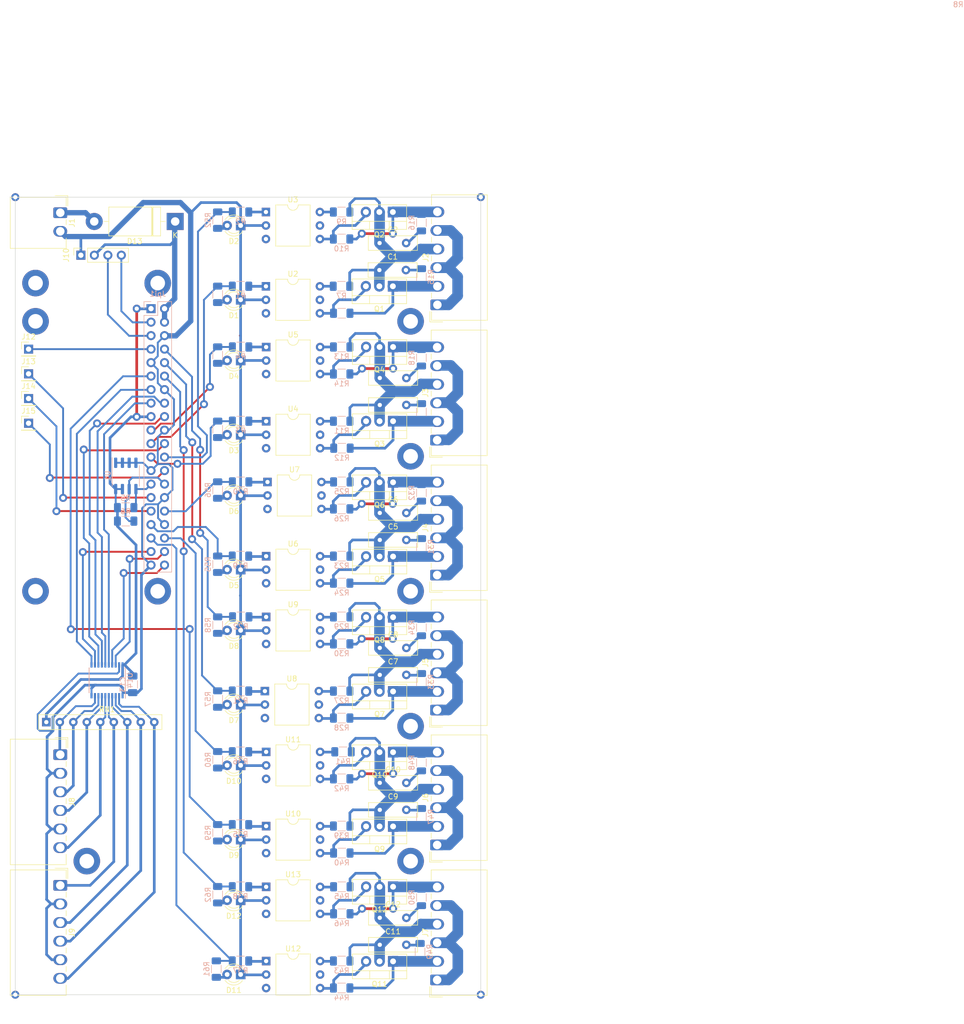
<source format=kicad_pcb>
(kicad_pcb (version 20240108) (generator "pcbnew") (generator_version "8.0")
  (layers (0 "F.Cu" signal) (31 "B.Cu" signal) (34 "B.Paste" user) (35 "F.Paste" user) (36 "B.SilkS" user "B.Silkscreen") (37 "F.SilkS" user "F.Silkscreen") (38 "B.Mask" user) (39 "F.Mask" user) (44 "Edge.Cuts" user))
  (net 0 "")
  (net 1 "Net-(C1-Pad2)")
  (net 2 "Net-(C2-Pad2)")
  (net 3 "Net-(C3-Pad2)")
  (net 4 "Net-(C4-Pad2)")
  (net 5 "Net-(C5-Pad2)")
  (net 6 "Net-(C6-Pad2)")
  (net 7 "Net-(C7-Pad2)")
  (net 8 "Net-(C8-Pad2)")
  (net 9 "Net-(C9-Pad2)")
  (net 10 "Net-(C10-Pad2)")
  (net 11 "Net-(C11-Pad2)")
  (net 12 "Net-(C12-Pad2)")
  (net 13 "Net-(J2-Pin_2)")
  (net 14 "Net-(J3-Pin_2)")
  (net 15 "Net-(J4-Pin_2)")
  (net 16 "Net-(J5-Pin_2)")
  (net 17 "Net-(J6-Pin_2)")
  (net 18 "+5V")
  (net 19 "GND")
  (net 20 "+3.3V")
  (net 21 "GPIO14")
  (net 22 "GPIO15")
  (net 23 "GPIO17")
  (net 24 "GPIO18")
  (net 25 "GPIO10")
  (net 26 "GPIO9")
  (net 27 "GPIO11")
  (net 28 "GPIO8")
  (net 29 "GPIO12")
  (net 30 "GPIO13")
  (net 31 "GPIO19")
  (net 32 "GPIO16")
  (net 33 "Net-(Q1-G)")
  (net 34 "Net-(Q2-G)")
  (net 35 "Net-(Q3-G)")
  (net 36 "Net-(Q4-G)")
  (net 37 "Net-(Q5-G)")
  (net 38 "Net-(Q6-G)")
  (net 39 "Net-(Q7-G)")
  (net 40 "Net-(Q8-G)")
  (net 41 "Net-(Q9-G)")
  (net 42 "Net-(Q10-G)")
  (net 43 "Net-(Q11-G)")
  (net 44 "Net-(Q12-G)")
  (net 45 "Net-(R1-Pad2)")
  (net 46 "Net-(R19-Pad2)")
  (net 47 "Net-(R20-Pad2)")
  (net 48 "Net-(R23-Pad1)")
  (net 49 "Net-(R25-Pad1)")
  (net 50 "Net-(R27-Pad1)")
  (net 51 "Net-(R35-Pad2)")
  (net 52 "Net-(R36-Pad2)")
  (net 53 "Net-(R39-Pad1)")
  (net 54 "Net-(R41-Pad1)")
  (net 55 "Net-(R43-Pad1)")
  (net 78 "Net-(J2-Pin_4)")
  (net 79 "Net-(J3-Pin_4)")
  (net 80 "Net-(J4-Pin_4)")
  (net 81 "Net-(J5-Pin_4)")
  (net 82 "Net-(J6-Pin_4)")
  (net 83 "Net-(J2-Pin_1)")
  (net 84 "Net-(J2-Pin_6)")
  (net 85 "Net-(J3-Pin_1)")
  (net 86 "Net-(J3-Pin_6)")
  (net 87 "Net-(J4-Pin_1)")
  (net 88 "Net-(J4-Pin_6)")
  (net 89 "Net-(J5-Pin_1)")
  (net 90 "Net-(J5-Pin_6)")
  (net 91 "Net-(J6-Pin_1)")
  (net 92 "Net-(J6-Pin_6)")
  (net 93 "Net-(J7-Pin_4)")
  (net 94 "Net-(J7-Pin_1)")
  (net 95 "Net-(J7-Pin_2)")
  (net 96 "Net-(J7-Pin_6)")
  (net 97 "Net-(R2-Pad2)")
  (net 98 "Net-(R3-Pad2)")
  (net 99 "Net-(R4-Pad2)")
  (net 100 "Net-(R7-Pad1)")
  (net 101 "Net-(R9-Pad1)")
  (net 102 "Net-(R11-Pad1)")
  (net 103 "Net-(R13-Pad1)")
  (net 104 "Net-(R21-Pad2)")
  (net 105 "Net-(R22-Pad2)")
  (net 106 "Net-(R29-Pad1)")
  (net 107 "Net-(R37-Pad2)")
  (net 108 "Net-(R38-Pad2)")
  (net 109 "Net-(R45-Pad1)")
  (net 112 "Net-(D1-A)")
  (net 113 "Net-(D2-A)")
  (net 114 "Net-(D3-A)")
  (net 115 "Net-(D4-A)")
  (net 116 "Net-(D5-A)")
  (net 117 "Net-(D6-A)")
  (net 118 "Net-(D7-A)")
  (net 119 "Net-(D8-A)")
  (net 120 "Net-(D9-A)")
  (net 121 "Net-(D10-A)")
  (net 122 "Net-(D11-A)")
  (net 123 "Net-(D12-A)")
  (net 124 "Net-(J9-Pin_1)")
  (net 125 "Net-(J9-Pin_3)")
  (net 126 "Net-(J9-Pin_4)")
  (net 127 "Net-(J9-Pin_6)")
  (net 128 "SDA")
  (net 129 "SCL")
  (net 130 "GPIO27")
  (net 131 "GPIO22")
  (net 132 "GPIO23")
  (net 133 "GPIO24")
  (net 134 "GPIO25")
  (net 135 "GPIO26")
  (net 136 "GPIO20")
  (net 137 "GPIO21")
  (net 138 "Net-(J8-Pin_1)")
  (net 139 "Net-(J8-Pin_3)")
  (net 140 "Net-(J8-Pin_4)")
  (net 141 "Net-(J8-Pin_6)")
  (net 142 "Net-(D13-A)")
  (net 143 "Net-(J12-Pin_1)")
  (net 144 "Net-(J13-Pin_1)")
  (net 145 "Net-(J14-Pin_1)")
  (net 146 "Net-(J15-Pin_1)")
  (net 147 "Net-(Jpi1-Pin_28)")
  (net 148 "Net-(Jpi1-Pin_27)")
  (footprint "Capacitor_THT:C_Disc_D9.0mm_W2.5mm_P5.00mm" (layer "F.Cu") (at 132.12 135.636)
    (property "Reference" "C10")
    (property "Value" "10n")
  )
  (footprint "Package_TO_SOT_THT:TO-220-3_Vertical" (layer "F.Cu") (at 134.62 169.235 180)
    (property "Reference" "Q11")
    (property "Value" "BTA312Y-600C")
  )
  (footprint "Package_TO_SOT_THT:TO-220-3_Vertical" (layer "F.Cu") (at 134.62 118.435 180)
    (property "Reference" "Q7")
    (property "Value" "BTA312Y-600C")
  )
  (footprint "Connector_Wago:Wago_734-166_1x06_P3.50mm_Horizontal" (layer "F.Cu") (at 142.962 45.664 90)
    (property "Reference" "J2")
    (property "Value" "AC1")
  )
  (footprint "Package_DIP:DIP-6_W10.16mm" (layer "F.Cu") (at 110.724 129.809)
    (property "Reference" "U11")
    (property "Value" "MOC3063")
  )
  (footprint "Package_TO_SOT_THT:TO-220-3_Vertical" (layer "F.Cu") (at 134.62 104.465 180)
    (property "Reference" "Q8")
    (property "Value" "BTA134-800E")
  )
  (footprint "Capacitor_THT:C_Disc_D9.0mm_W2.5mm_P5.00mm" (layer "F.Cu") (at 132.04 39.116)
    (property "Reference" "C1")
    (property "Value" "10n")
  )
  (footprint "Capacitor_THT:C_Disc_D9.0mm_W2.5mm_P5.00mm" (layer "F.Cu") (at 132.12 59.436)
    (property "Reference" "C4" (hide yes))
    (property "Value" "10n" (hide yes))
  )
  (footprint "Package_DIP:DIP-6_W10.16mm" (layer "F.Cu") (at 110.724 92.979)
    (property "Reference" "U6")
    (property "Value" "MOC3063")
  )
  (footprint "LED_THT:LED_D3.0mm" (layer "F.Cu") (at 105.918 157.734 180)
    (property "Reference" "D12")
    (property "Value" "LED")
  )
  (footprint "Capacitor_THT:C_Disc_D9.0mm_W2.5mm_P5.00mm" (layer "F.Cu") (at 132.12 110.236)
    (property "Reference" "C8")
    (property "Value" "10n")
  )
  (footprint "Package_TO_SOT_THT:TO-220-3_Vertical" (layer "F.Cu") (at 134.62 53.594 180)
    (property "Reference" "Q4")
    (property "Value" "BTA312Y-600C")
  )
  (footprint "LED_THT:LED_D3.0mm" (layer "F.Cu") (at 105.923 106.934 180)
    (property "Reference" "D8")
    (property "Value" "LED")
  )
  (footprint "Package_TO_SOT_THT:TO-220-3_Vertical" (layer "F.Cu") (at 134.58 42.164 180)
    (property "Reference" "Q1")
    (property "Value" "BTA312Y-600C")
  )
  (footprint "LED_THT:LED_D3.0mm" (layer "F.Cu") (at 105.923 30.734 180)
    (property "Reference" "D2")
    (property "Value" "LED")
  )
  (footprint "Package_DIP:DIP-6_W10.16mm" (layer "F.Cu") (at 110.724 104.409)
    (property "Reference" "U9")
    (property "Value" "MOC3063")
  )
  (footprint "Connector_Wago:Wago_734-166_1x06_P3.50mm_Horizontal" (layer "F.Cu") (at 142.916 71.13 90)
    (property "Reference" "J3")
    (property "Value" "AC2")
  )
  (footprint "Package_DIP:DIP-6_W10.16mm" (layer "F.Cu") (at 110.49 118.364)
    (property "Reference" "U8")
    (property "Value" "MOC3063")
  )
  (footprint "LED_THT:LED_D3.0mm" (layer "F.Cu") (at 105.918 120.904 180)
    (property "Reference" "D7")
    (property "Value" "LED")
  )
  (footprint "Capacitor_THT:C_Disc_D9.0mm_W2.5mm_P5.00mm" (layer "F.Cu") (at 132.12 89.916)
    (property "Reference" "C5")
    (property "Value" "10n")
  )
  (footprint "Resistor_THT:R_Array_SIP9" (layer "F.Cu") (at 69.342 124.206)
    (property "Reference" "RN1")
    (property "Value" "2.2k")
  )
  (footprint "Package_DIP:DIP-6_W10.16mm" (layer "F.Cu") (at 110.724 53.609)
    (property "Reference" "U5")
    (property "Value" "MOC3063")
  )
  (footprint "LED_THT:LED_D3.0mm" (layer "F.Cu") (at 105.918 44.704 180)
    (property "Reference" "D1")
    (property "Value" "LED")
  )
  (footprint "LED_THT:LED_D3.0mm" (layer "F.Cu") (at 105.918 56.134 180)
    (property "Reference" "D4")
    (property "Value" "LED")
  )
  (footprint "Connector_PinHeader_2.54mm:PinHeader_1x01_P2.54mm_Vertical" (layer "F.Cu") (at 66 63.3)
    (property "Reference" "J14")
    (property "Value" "GPIO6")
  )
  (footprint "Capacitor_THT:C_Disc_D9.0mm_W2.5mm_P5.00mm" (layer "F.Cu") (at 132.12 115.316)
    (property "Reference" "C7")
    (property "Value" "10n")
  )
  (footprint "Package_TO_SOT_THT:TO-220-3_Vertical" (layer "F.Cu") (at 134.62 143.835 180)
    (property "Reference" "Q9")
    (property "Value" "BTA312Y-600C")
  )
  (footprint "Package_TO_SOT_THT:TO-220-3_Vertical" (layer "F.Cu") (at 134.62 129.865 180)
    (property "Reference" "Q10")
    (property "Value" "BTA312Y-600C")
  )
  (footprint "Package_DIP:DIP-6_W10.16mm" (layer "F.Cu") (at 110.724 67.579)
    (property "Reference" "U4")
    (property "Value" "MOC3063")
  )
  (footprint "LED_THT:LED_D3.0mm" (layer "F.Cu") (at 105.918 70.104 180)
    (property "Reference" "D3")
    (property "Value" "LED")
  )
  (footprint "Capacitor_THT:C_Disc_D9.0mm_W2.5mm_P5.00mm" (layer "F.Cu") (at 132.12 64.516)
    (property "Reference" "C3" (hide yes))
    (property "Value" "10n" (hide yes))
  )
  (footprint "LED_THT:LED_D3.0mm" (layer "F.Cu") (at 105.918 171.704 180)
    (property "Reference" "D11")
    (property "Value" "LED")
  )
  (footprint "Package_DIP:DIP-6_W10.16mm" (layer "F.Cu") (at 110.724 143.779)
    (property "Reference" "U10")
    (property "Value" "MOC3063")
  )
  (footprint "Package_DIP:DIP-6_W10.16mm" (layer "F.Cu") (at 110.978 79.009)
    (property "Reference" "U7")
    (property "Value" "MOC3063")
  )
  (footprint "LED_THT:LED_D3.0mm" (layer "F.Cu") (at 105.918 132.334 180)
    (property "Reference" "D10")
    (property "Value" "LED")
  )
  (footprint "Connector_PinSocket_2.54mm:PinSocket_1x04_P2.54mm_Vertical" (layer "F.Cu") (at 75.8444 36.322 90)
    (property "Reference" "J10")
    (property "Value" "I2C")
  )
  (footprint "Package_TO_SOT_THT:TO-220-3_Vertical" (layer "F.Cu") (at 134.62 155.194 180)
    (property "Reference" "Q12")
    (property "Value" "BTA312Y-600C")
  )
  (footprint "Connector_Wago:Wago_734-166_1x06_P3.50mm_Horizontal" (layer "F.Cu") (at 142.916 172.73 90)
    (property "Reference" "J7")
    (property "Value" "AC6")
  )
  (footprint "Package_DIP:DIP-6_W10.16mm" (layer "F.Cu") (at 110.684 42.179)
    (property "Reference" "U2")
    (property "Value" "MOC3063")
  )
  (footprint "LED_THT:LED_D3.0mm" (layer "F.Cu") (at 105.918 95.504 180)
    (property "Reference" "D5")
    (property "Value" "LED")
  )
  (footprint "Connector_Wago:Wago_734-166_1x06_P3.50mm_Horizontal" (layer "F.Cu") (at 71.968 154.93 -90)
    (property "Reference" "J9")
    (property "Value" "IN2")
  )
  (footprint "Connector_Wago:Wago_734-162_1x02_P3.50mm_Horizontal" (layer "F.Cu") (at 71.968 28.326 -90)
    (property "Reference" "J1")
    (property "Value" "5V")
  )
  (footprint "Package_DIP:DIP-6_W10.16mm" (layer "F.Cu") (at 110.724 155.209)
    (property "Reference" "U13")
    (property "Value" "MOC3063")
  )
  (footprint "Diode_THT:D_DO-201AD_P15.24mm_Horizontal" (layer "F.Cu") (at 93.599 29.972 180)
    (property "Reference" "D13")
    (property "Value" "1N5822")
  )
  (footprint "LED_THT:LED_D3.0mm" (layer "F.Cu") (at 105.918 146.304 180)
    (property "Reference" "D9")
    (property "Value" "LED")
  )
  (footprint "Package_DIP:DIP-6_W10.16mm" (layer "F.Cu") (at 110.684 28.194)
    (property "Reference" "U3")
    (property "Value" "MOC3063")
  )
  (footprint "Capacitor_THT:C_Disc_D9.0mm_W2.5mm_P5.00mm" (layer "F.Cu") (at 132.08 34.036)
    (property "Reference" "C2")
    (property "Value" "10n")
  )
  (footprint "Connector_Wago:Wago_734-166_1x06_P3.50mm_Horizontal" (layer "F.Cu") (at 142.916 147.33 90)
    (property "Reference" "J6")
    (property "Value" "AC5")
  )
  (footprint "Connector_Wago:Wago_734-166_1x06_P3.50mm_Horizontal" (layer "F.Cu") (at 142.916 121.93 90)
    (property "Reference" "J5")
    (property "Value" "AC4")
  )
  (footprint "Package_TO_SOT_THT:TO-220-3_Vertical" (layer "F.Cu") (at 134.62 93.035 180)
    (property "Reference" "Q5")
    (property "Value" "BTA312Y-600C")
  )
  (footprint "Connector_Wago:Wago_734-166_1x06_P3.50mm_Horizontal" (layer "F.Cu") (at 71.968 130.328 -90)
    (property "Reference" "J8")
    (property "Value" "IN1")
  )
  (footprint "Capacitor_THT:C_Disc_D9.0mm_W2.5mm_P5.00mm" (layer "F.Cu") (at 132.12 84.836)
    (property "Reference" "C6")
    (property "Value" "10n")
  )
  (footprint "Package_TO_SOT_THT:TO-220-3_Vertical" (layer "F.Cu") (at 134.62 79.065 180)
    (property "Reference" "Q6")
    (property "Value" "BTA312Y-600C")
  )
  (footprint "Package_DIP:DIP-6_W10.16mm" (layer "F.Cu") (at 110.724 169.179)
    (property "Reference" "U12")
    (property "Value" "MOC3063")
  )
  (footprint "Capacitor_THT:C_Disc_D9.0mm_W2.5mm_P5.00mm" (layer "F.Cu") (at 132.12 140.716)
    (property "Reference" "C9")
    (property "Value" "10n")
  )
  (footprint "Package_TO_SOT_THT:TO-220-3_Vertical" (layer "F.Cu") (at 134.58 28.194 180)
    (property "Reference" "Q2")
    (property "Value" "BTA312Y-600C")
  )
  (footprint "Connector_PinHeader_2.54mm:PinHeader_1x01_P2.54mm_Vertical" (layer "F.Cu") (at 66 58.65)
    (property "Reference" "J13")
    (property "Value" "GPIO5")
  )
  (footprint "Package_TO_SOT_THT:TO-220-3_Vertical" (layer "F.Cu") (at 134.62 67.564 180)
    (property "Reference" "Q3")
    (property "Value" "BTA312Y-600C")
  )
  (footprint "Connector_Wago:Wago_734-166_1x06_P3.50mm_Horizontal" (layer "F.Cu") (at 142.916 96.53 90)
    (property "Reference" "J4")
    (property "Value" "AC3")
  )
  (footprint "Connector_PinHeader_2.54mm:PinHeader_1x01_P2.54mm_Vertical" (layer "F.Cu") (at 66 67.95)
    (property "Reference" "J15")
    (property "Value" "GPIO7")
  )
  (footprint "Capacitor_THT:C_Disc_D9.0mm_W2.5mm_P5.00mm" (layer "F.Cu") (at 132.12 161.036)
    (property "Reference" "C12")
    (property "Value" "10n")
  )
  (footprint "Capacitor_THT:C_Disc_D9.0mm_W2.5mm_P5.00mm" (layer "F.Cu") (at 132.12 166.116)
    (property "Reference" "C11")
    (property "Value" "10n")
  )
  (footprint "Connector_PinHeader_2.54mm:PinHeader_1x01_P2.54mm_Vertical" (layer "F.Cu") (at 66 54)
    (property "Reference" "J12")
    (property "Value" "GPIO4")
  )
  (footprint "LED_THT:LED_D3.0mm" (layer "F.Cu") (at 105.918 81.534 180)
    (property "Reference" "D6")
    (property "Value" "LED")
  )
  (footprint "Resistor_SMD:R_1206_3216Metric_Pad1.30x1.75mm_HandSolder" (layer "B.Cu") (at 124.942 58.674)
    (property "Reference" "R14")
    (property "Value" "330")
  )
  (footprint "Resistor_SMD:R_1206_3216Metric_Pad1.30x1.75mm_HandSolder" (layer "B.Cu") (at 139.954 81.052 -90)
    (property "Reference" "R32")
    (property "Value" "39")
  )
  (footprint "Resistor_SMD:R_1206_3216Metric_Pad1.30x1.75mm_HandSolder" (layer "B.Cu") (at 105.918 67.564)
    (property "Reference" "R3")
    (property "Value" "360")
  )
  (footprint "Resistor_SMD:R_1206_3216Metric_Pad1.30x1.75mm_HandSolder" (layer "B.Cu") (at 139.954 40.412 90)
    (property "Reference" "R15")
    (property "Value" "39")
  )
  (footprint "Resistor_SMD:R_1206_3216Metric_Pad1.30x1.75mm_HandSolder" (layer "B.Cu") (at 101.6 80.518 -90)
    (property "Reference" "R56")
    (property "Value" "2.2k")
  )
  (footprint "Resistor_SMD:R_1206_3216Metric_Pad1.30x1.75mm_HandSolder" (layer "B.Cu") (at 124.942 118.364)
    (property "Reference" "R27")
    (property "Value" "360")
  )
  (footprint "Resistor_SMD:R_1206_3216Metric_Pad1.30x1.75mm_HandSolder" (layer "B.Cu") (at 139.954 65.812 90)
    (property "Reference" "R17" (hide yes))
    (property "Value" "39")
  )
  (footprint "Resistor_SMD:R_1206_3216Metric_Pad1.30x1.75mm_HandSolder" (layer "B.Cu") (at 105.892 169.164)
    (property "Reference" "R37")
    (property "Value" "360")
  )
  (footprint "Resistor_SMD:R_1206_3216Metric_Pad1.30x1.75mm_HandSolder" (layer "B.Cu") (at 101.6 156.692 -90)
    (property "Reference" "R62")
    (property "Value" "2.2k")
  )
  (footprint "Resistor_SMD:R_1206_3216Metric_Pad1.30x1.75mm_HandSolder" (layer "B.Cu") (at 105.892 155.194)
    (property "Reference" "R38")
    (property "Value" "360")
  )
  (footprint "Resistor_SMD:R_1206_3216Metric_Pad1.30x1.75mm_HandSolder" (layer "B.Cu") (at 105.892 129.794)
    (property "Reference" "R36")
    (property "Value" "360")
  )
  (footprint "Resistor_SMD:R_1206_3216Metric_Pad1.30x1.75mm_HandSolder" (layer "B.Cu") (at 105.892 118.364)
    (property "Reference" "R21")
    (property "Value" "360")
  )
  (footprint "Resistor_SMD:R_1206_3216Metric_Pad1.30x1.75mm_HandSolder" (layer "B.Cu") (at 139.954 157.2 -90)
    (property "Reference" "R50")
    (property "Value" "39")
  )
  (footprint "Resistor_SMD:R_1206_3216Metric_Pad1.30x1.75mm_HandSolder" (layer "B.Cu") (at 124.928 33.274)
    (property "Reference" "R10")
    (property "Value" "330")
  )
  (footprint "Resistor_SMD:R_1206_3216Metric_Pad1.30x1.75mm_HandSolder" (layer "B.Cu") (at 124.968 155.194)
    (property "Reference" "R45")
    (property "Value" "360")
  )
  (footprint "Resistor_SMD:R_1206_3216Metric_Pad1.30x1.75mm_HandSolder" (layer "B.Cu") (at 101.6 145.034 -90)
    (property "Reference" "R59")
    (property "Value" "2.2k")
  )
  (footprint "Resistor_SMD:R_1206_3216Metric_Pad1.30x1.75mm_HandSolder" (layer "B.Cu") (at 124.942 92.964)
    (property "Reference" "R23")
    (property "Value" "360")
  )
  (footprint "Resistor_SMD:R_1206_3216Metric_Pad1.30x1.75mm_HandSolder" (layer "B.Cu") (at 84.2766 86.3712 180)
    (property "Reference" "R6")
    (property "Value" "4.7k")
  )
  (footprint "Resistor_SMD:R_1206_3216Metric_Pad1.30x1.75mm_HandSolder" (layer "B.Cu") (at 84.2766 83.8312 180)
    (property "Reference" "R5")
    (property "Value" "4.7k")
  )
  (footprint "Resistor_SMD:R_1206_3216Metric_Pad1.30x1.75mm_HandSolder" (layer "B.Cu") (at 105.904 42.164)
    (property "Reference" "R1")
    (property "Value" "360")
  )
  (footprint "Resistor_SMD:R_1206_3216Metric_Pad1.30x1.75mm_HandSolder" (layer "B.Cu") (at 101.6 105.944 -90)
    (property "Reference" "R58")
    (property "Value" "2.2k")
  )
  (footprint "Resistor_SMD:R_1206_3216Metric_Pad1.30x1.75mm_HandSolder" (layer "B.Cu") (at 101.6 69.088 -90)
    (property "Reference" "R53" (hide yes))
    (property "Value" "2.2k")
  )
  (footprint "Resistor_SMD:R_1206_3216Metric_Pad1.30x1.75mm_HandSolder" (layer "B.Cu") (at 105.892 92.964)
    (property "Reference" "R19")
    (property "Value" "360")
  )
  (footprint "Resistor_SMD:R_1206_3216Metric_Pad1.30x1.75mm_HandSolder" (layer "B.Cu") (at 105.944 104.394)
    (property "Reference" "R22")
    (property "Value" "360")
  )
  (footprint "Resistor_SMD:R_1206_3216Metric_Pad1.30x1.75mm_HandSolder" (layer "B.Cu") (at 124.954 47.244)
    (property "Reference" "R8")
    (property "Value" "330")
  )
  (footprint "Capacitor_SMD:C_1206_3216Metric_Pad1.33x1.80mm_HandSolder" (layer "B.Cu") (at 85.598 117.094 -90)
    (property "Reference" "C13")
    (property "Value" "100n")
  )
  (footprint "Resistor_SMD:R_1206_3216Metric_Pad1.30x1.75mm_HandSolder" (layer "B.Cu") (at 124.942 134.874)
    (property "Reference" "R42")
    (property "Value" "330")
  )
  (footprint "Resistor_SMD:R_1206_3216Metric_Pad1.30x1.75mm_HandSolder" (layer "B.Cu") (at 139.954 55.626 -90)
    (property "Reference" "R18")
    (property "Value" "39")
  )
  (footprint "Resistor_SMD:R_1206_3216Metric_Pad1.30x1.75mm_HandSolder" (layer "B.Cu") (at 124.902 42.164)
    (property "Reference" "R7")
    (property "Value" "360")
  )
  (footprint "Resistor_SMD:R_1206_3216Metric_Pad1.30x1.75mm_HandSolder" (layer "B.Cu") (at 139.954 116.612 90)
    (property "Reference" "R33")
    (property "Value" "39")
  )
  (footprint "Resistor_SMD:R_1206_3216Metric_Pad1.30x1.75mm_HandSolder" (layer "B.Cu") (at 101.346 170.688 -90)
    (property "Reference" "R61")
    (property "Value" "2.2k")
  )
  (footprint "Resistor_SMD:R_1206_3216Metric_Pad1.30x1.75mm_HandSolder" (layer "B.Cu") (at 139.954 131.826 -90)
    (property "Reference" "R48")
    (property "Value" "39")
  )
  (footprint "Resistor_SMD:R_1206_3216Metric_Pad1.30x1.75mm_HandSolder" (layer "B.Cu") (at 139.7 167.412 90)
    (property "Reference" "R49")
    (property "Value" "39")
  )
  (footprint "Connector_PinSocket_2.54mm:PinSocket_2x20_P2.54mm_Vertical" (layer "B.Cu") (at 89.0524 46.3804 180)
    (property "Reference" "Jpi1")
    (property "Value" "RPi B")
  )
  (footprint "Resistor_SMD:R_1206_3216Metric_Pad1.30x1.75mm_HandSolder" (layer "B.Cu") (at 124.968 160.274)
    (property "Reference" "R46")
    (property "Value" "330")
  )
  (footprint "Resistor_SMD:R_1206_3216Metric_Pad1.30x1.75mm_HandSolder" (layer "B.Cu") (at 124.928 28.194)
    (property "Reference" "R9")
    (property "Value" "360")
  )
  (footprint "Resistor_SMD:R_1206_3216Metric_Pad1.30x1.75mm_HandSolder" (layer "B.Cu") (at 105.918 53.594)
    (property "Reference" "R4")
    (property "Value" "360")
  )
  (footprint "Resistor_SMD:R_1206_3216Metric_Pad1.30x1.75mm_HandSolder" (layer "B.Cu") (at 139.954 142.012 90)
    (property "Reference" "R47")
    (property "Value" "39")
  )
  (footprint "Resistor_SMD:R_1206_3216Metric_Pad1.30x1.75mm_HandSolder" (layer "B.Cu") (at 124.942 123.444)
    (property "Reference" "R28")
    (property "Value" "360")
  )
  (footprint "Resistor_SMD:R_1206_3216Metric_Pad1.30x1.75mm_HandSolder" (layer "B.Cu") (at 101.6 131.292 -90)
    (property "Reference" "R60")
    (property "Value" "2.2k")
  )
  (footprint "Package_SO:SSOP-20_4.4x6.5mm_P0.65mm" (layer "B.Cu") (at 80.772 116.332 90)
    (property "Reference" "U14")
    (property "Value" "74HCT541")
  )
  (footprint "Resistor_SMD:R_1206_3216Metric_Pad1.30x1.75mm_HandSolder" (layer "B.Cu") (at 124.942 143.764)
    (property "Reference" "R39")
    (property "Value" "360")
  )
  (footprint "Resistor_SMD:R_1206_3216Metric_Pad1.30x1.75mm_HandSolder" (layer "B.Cu") (at 124.968 148.844)
    (property "Reference" "R40")
    (property "Value" "330")
  )
  (footprint "Resistor_SMD:R_1206_3216Metric_Pad1.30x1.75mm_HandSolder" (layer "B.Cu") (at 124.968 78.994)
    (property "Reference" "R25")
    (property "Value" "330")
  )
  (footprint "Resistor_SMD:R_1206_3216Metric_Pad1.30x1.75mm_HandSolder" (layer "B.Cu") (at 101.6 55.118 -90)
    (property "Reference" "R54" (hide yes))
    (property "Value" "2.2k")
  )
  (footprint "Resistor_SMD:R_1206_3216Metric_Pad1.30x1.75mm_HandSolder" (layer "B.Cu") (at 139.954 106.4 -90)
    (property "Reference" "R34")
    (property "Value" "39")
  )
  (footprint "Resistor_SMD:R_1206_3216Metric_Pad1.30x1.75mm_HandSolder" (layer "B.Cu") (at 125.196 129.794)
    (property "Reference" "R41")
    (property "Value" "360")
  )
  (footprint "Resistor_SMD:R_1206_3216Metric_Pad1.30x1.75mm_HandSolder" (layer "B.Cu") (at 105.918 78.994)
    (property "Reference" "R20")
    (property "Value" "360")
  )
  (footprint "Package_SO:SOIC-8_3.9x4.9mm_P1.27mm" (layer "B.Cu") (at 84.3026 77.8622 -90)
    (property "Reference" "U1")
    (property "Value" "AT24CS32-SSHM")
  )
  (footprint "Resistor_SMD:R_1206_3216Metric_Pad1.30x1.75mm_HandSolder" (layer "B.Cu") (at 124.942 174.244)
    (property "Reference" "R44")
    (property "Value" "330")
  )
  (footprint "Resistor_SMD:R_1206_3216Metric_Pad1.30x1.75mm_HandSolder" (layer "B.Cu") (at 139.954 91.212 90)
    (property "Reference" "R31")
    (property "Value" "39")
  )
  (footprint "Resistor_SMD:R_1206_3216Metric_Pad1.30x1.75mm_HandSolder" (layer "B.Cu") (at 124.994 72.644)
    (property "Reference" "R12")
    (property "Value" "330")
  )
  (footprint "Resistor_SMD:R_1206_3216Metric_Pad1.30x1.75mm_HandSolder" (layer "B.Cu") (at 101.6 29.718 -90)
    (property "Reference" "R52")
    (property "Value" "2.2k")
  )
  (footprint "Resistor_SMD:R_1206_3216Metric_Pad1.30x1.75mm_HandSolder" (layer "B.Cu") (at 105.904 28.194)
    (property "Reference" "R2")
    (property "Value" "360")
  )
  (footprint "Resistor_SMD:R_1206_3216Metric_Pad1.30x1.75mm_HandSolder" (layer "B.Cu") (at 139.954 30.2 -90)
    (property "Reference" "R16")
    (property "Value" "39")
  )
  (footprint "Resistor_SMD:R_1206_3216Metric_Pad1.30x1.75mm_HandSolder" (layer "B.Cu") (at 124.942 84.074)
    (property "Reference" "R26")
    (property "Value" "360")
  )
  (footprint "Resistor_SMD:R_1206_3216Metric_Pad1.30x1.75mm_HandSolder" (layer "B.Cu") (at 101.6 94.488 -90)
    (property "Reference" "R55")
    (property "Value" "2.2k")
  )
  (footprint "Resistor_SMD:R_1206_3216Metric_Pad1.30x1.75mm_HandSolder" (layer "B.Cu") (at 101.6 43.688 -90)
    (property "Reference" "R51" (hide yes))
    (property "Value" "2.2k")
  )
  (footprint "Resistor_SMD:R_1206_3216Metric_Pad1.30x1.75mm_HandSolder" (layer "B.Cu") (at 124.942 67.564)
    (property "Reference" "R11")
    (property "Value" "360")
  )
  (footprint "Resistor_SMD:R_1206_3216Metric_Pad1.30x1.75mm_HandSolder" (layer "B.Cu") (at 124.942 169.164)
    (property "Reference" "R43")
    (property "Value" "360")
  )
  (footprint "Resistor_SMD:R_1206_3216Metric_Pad1.30x1.75mm_HandSolder" (layer "B.Cu") (at 101.6 119.862 -90)
    (property "Reference" "R57")
    (property "Value" "2.2k")
  )
  (footprint "Resistor_SMD:R_1206_3216Metric_Pad1.30x1.75mm_HandSolder" (layer "B.Cu") (at 124.942 104.394)
    (property "Reference" "R29")
    (property "Value" "360")
  )
  (footprint "Resistor_SMD:R_1206_3216Metric_Pad1.30x1.75mm_HandSolder" (layer "B.Cu") (at 105.892 143.51)
    (property "Reference" "R35")
    (property "Value" "360")
  )
  (footprint "Resistor_SMD:R_1206_3216Metric_Pad1.30x1.75mm_HandSolder" (layer "B.Cu") (at 124.942 53.594)
    (property "Reference" "R13")
    (property "Value" "360")
  )
  (footprint "Resistor_SMD:R_1206_3216Metric_Pad1.30x1.75mm_HandSolder" (layer "B.Cu") (at 124.942 109.474)
    (property "Reference" "R30")
    (property "Value" "330")
  )
  (footprint "Resistor_SMD:R_1206_3216Metric_Pad1.30x1.75mm_HandSolder" (layer "B.Cu") (at 124.942 98.044)
    (property "Reference" "R24")
    (property "Value" "360")
  )
  (gr_line (start 63.5 175.514) (end 63.5 25.4) (stroke (width 0.1)) (layer "Edge.Cuts"))
  (gr_line (start 151.13 25.4) (end 151.13 175.514) (stroke (width 0.1)) (layer "Edge.Cuts"))
  (gr_line (start 151.13 175.514) (end 62.484 175.514) (stroke (width 0.1)) (layer "Edge.Cuts"))
  (gr_line (start 62.484 25.4) (end 151.13 25.4) (stroke (width 0.1)) (layer "Edge.Cuts"))
  (via (at 63.5 175.514) (size 1.5) (drill 0.8) (layers "F.Cu" "B.Cu") (net 0))
  (via (at 137.922 48.768) (size 5) (drill 2.75) (layers "F.Cu" "B.Cu") (net 0))
  (via (at 137.922 124.968) (size 5) (drill 2.75) (layers "F.Cu" "B.Cu") (net 0))
  (via (at 137.922 74.168) (size 5) (drill 2.75) (layers "F.Cu" "B.Cu") (net 0))
  (via (at 90.31 99.568) (size 5) (drill 2.75) (layers "F.Cu" "B.Cu") (net 0))
  (via (at 67.31 41.568) (size 5) (drill 2.75) (layers "F.Cu" "B.Cu") (net 0))
  (via (at 67.31 48.768) (size 5) (drill 2.75) (layers "F.Cu" "B.Cu") (net 0))
  (via (at 151.13 175.514) (size 1.5) (drill 0.8) (layers "F.Cu" "B.Cu") (net 0))
  (via (at 67.31 99.568) (size 5) (drill 2.75) (layers "F.Cu" "B.Cu") (net 0))
  (via (at 151.13 25.4) (size 1.5) (drill 0.8) (layers "F.Cu" "B.Cu") (net 0))
  (via (at 63.5 25.4) (size 1.5) (drill 0.8) (layers "F.Cu" "B.Cu") (net 0))
  (via (at 76.962 150.368) (size 5) (drill 2.75) (layers "F.Cu" "B.Cu") (net 0))
  (via (at 90.31 41.568) (size 5) (drill 2.75) (layers "F.Cu" "B.Cu") (net 0))
  (via (at 137.922 150.368) (size 5) (drill 2.75) (layers "F.Cu" "B.Cu") (net 0))
  (via (at 137.922 99.568) (size 5) (drill 2.75) (layers "F.Cu" "B.Cu") (net 0))
  (segment (start 137.04 39.116) (end 139.152 39.116) (width 0.5) (layer "B.Cu") (net 1))
  (segment (start 139.152 39.116) (end 139.66 38.608) (width 0.5) (layer "B.Cu") (net 1))
  (segment (start 137.374 34.036) (end 139.66 31.75) (width 0.5) (layer "B.Cu") (net 2))
  (segment (start 137.08 34.036) (end 137.374 34.036) (width 0.5) (layer "B.Cu") (net 2))
  (segment (start 137.08 64.516) (end 139.192 64.516) (width 0.5) (layer "B.Cu") (net 3))
  (segment (start 139.192 64.516) (end 139.7 64.008) (width 0.5) (layer "B.Cu") (net 3))
  (segment (start 137.12 59.436) (end 137.414 59.436) (width 0.5) (layer "B.Cu") (net 4))
  (segment (start 137.414 59.436) (end 139.7 57.15) (width 0.5) (layer "B.Cu") (net 4))
  (segment (start 137.024 89.972) (end 139.136 89.972) (width 0.5) (layer "B.Cu") (net 5))
  (segment (start 139.136 89.972) (end 139.644 89.464) (width 0.5) (layer "B.Cu") (net 5))
  (segment (start 137.064 84.892) (end 137.358 84.892) (width 0.5) (layer "B.Cu") (net 6))
  (segment (start 137.358 84.892) (end 139.644 82.606) (width 0.5) (layer "B.Cu") (net 6))
  (segment (start 139.136 115.372) (end 139.644 114.864) (width 0.5) (layer "B.Cu") (net 7))
  (segment (start 137.024 115.372) (end 139.136 115.372) (width 0.5) (layer "B.Cu") (net 7))
  (segment (start 137.358 110.292) (end 139.644 108.006) (width 0.5) (layer "B.Cu") (net 8))
  (segment (start 137.064 110.292) (end 137.358 110.292) (width 0.5) (layer "B.Cu") (net 8))
  (segment (start 139.192 140.772) (end 139.7 140.264) (width 0.5) (layer "B.Cu") (net 9))
  (segment (start 137.08 140.772) (end 139.192 140.772) (width 0.5) (layer "B.Cu") (net 9))
  (segment (start 137.12 135.692) (end 137.414 135.692) (width 0.5) (layer "B.Cu") (net 10))
  (segment (start 137.414 135.692) (end 139.7 133.406) (width 0.5) (layer "B.Cu") (net 10))
  (segment (start 139.192 166.172) (end 139.7 165.664) (width 0.5) (layer "B.Cu") (net 11))
  (segment (start 137.08 166.172) (end 139.192 166.172) (width 0.5) (layer "B.Cu") (net 11))
  (segment (start 137.12 161.092) (end 137.414 161.092) (width 0.5) (layer "B.Cu") (net 12))
  (segment (start 137.414 161.092) (end 139.7 158.806) (width 0.5) (layer "B.Cu") (net 12))
  (segment (start 142.962 42.164) (end 134.58 42.164) (width 2) (layer "B.Cu") (net 13))
  (segment (start 134.58 45.72) (end 134.58 42.164) (width 0.5) (layer "B.Cu") (net 13))
  (segment (start 126.504 47.244) (end 133.056 47.244) (width 0.5) (layer "B.Cu") (net 13))
  (segment (start 133.056 47.244) (end 134.58 45.72) (width 0.5) (layer "B.Cu") (net 13))
  (segment (start 133.096 72.644) (end 134.62 71.12) (width 0.5) (layer "B.Cu") (net 14))
  (segment (start 126.544 72.644) (end 133.096 72.644) (width 0.5) (layer "B.Cu") (net 14))
  (segment (start 143.002 67.564) (end 134.62 67.564) (width 2) (layer "B.Cu") (net 14))
  (segment (start 134.62 71.12) (end 134.62 67.564) (width 0.5) (layer "B.Cu") (net 14))
  (segment (start 133.04 98.1) (end 134.564 96.576) (width 0.5) (layer "B.Cu") (net 15))
  (segment (start 134.564 96.576) (end 134.564 93.02) (width 0.5) (layer "B.Cu") (net 15))
  (segment (start 142.946 93.02) (end 134.564 93.02) (width 2) (layer "B.Cu") (net 15))
  (segment (start 126.488 98.1) (end 133.04 98.1) (width 0.5) (layer "B.Cu") (net 15))
  (segment (start 142.946 118.42) (end 134.564 118.42) (width 2) (layer "B.Cu") (net 16))
  (segment (start 133.04 123.5) (end 134.564 121.976) (width 0.5) (layer "B.Cu") (net 16))
  (segment (start 134.564 121.976) (end 134.564 118.42) (width 0.5) (layer "B.Cu") (net 16))
  (segment (start 126.488 123.5) (end 133.04 123.5) (width 0.5) (layer "B.Cu") (net 16))
  (segment (start 134.62 147.376) (end 134.62 143.82) (width 0.5) (layer "B.Cu") (net 17))
  (segment (start 126.544 148.9) (end 133.096 148.9) (width 0.5) (layer "B.Cu") (net 17))
  (segment (start 133.096 148.9) (end 134.62 147.376) (width 0.5) (layer "B.Cu") (net 17))
  (segment (start 143.002 143.82) (end 134.62 143.82) (width 2) (layer "B.Cu") (net 17))
  (segment (start 93.51 44.508) (end 91.6 46.418) (width 1) (layer "B.Cu") (net 18))
  (segment (start 92.6972 34.3408) (end 93.51 33.528) (width 0.5) (layer "B.Cu") (net 18))
  (segment (start 91.6 46.418) (end 91.6 48.958) (width 1) (layer "B.Cu") (net 18))
  (segment (start 93.51 30.01) (end 93.51 44.508) (width 1) (layer "B.Cu") (net 18))
  (segment (start 78.3844 36.322) (end 80.3656 34.3408) (width 0.5) (layer "B.Cu") (net 18))
  (segment (start 80.3656 34.3408) (end 92.6972 34.3408) (width 0.5) (layer "B.Cu") (net 18))
  (segment (start 105.918 51.308) (end 105.7656 51.4604) (width 0.35) (layer "F.Cu") (net 19))
  (segment (start 91.6 51.498) (end 93.7392 51.498) (width 1) (layer "B.Cu") (net 19))
  (segment (start 90.3224 55.3156) (end 90.3224 52.7756) (width 0.35) (layer "B.Cu") (net 19))
  (segment (start 90.375 85.803) (end 90.375 83.203) (width 0.35) (layer "B.Cu") (net 19))
  (segment (start 70.592 125.8316) (end 69.4944 126.9292) (width 0.5) (layer "B.Cu") (net 19))
  (segment (start 87.376 92.994) (end 89.06 94.678) (width 0.35) (layer "B.Cu") (net 19))
  (segment (start 76.6064 117.2464) (end 78.6892 117.2464) (width 0.5) (layer "B.Cu") (net 19))
  (segment (start 89.06 56.578) (end 90.3224 55.3156) (width 0.35) (layer "B.Cu") (net 19))
  (segment (start 70.3072 144.328) (end 69.408 145.2272) (width 0.5) (layer "B.Cu") (net 19))
  (segment (start 75.8444 32.8168) (end 81.1912 32.8168) (width 1) (layer "B.Cu") (net 19))
  (segment (start 78.4352 117.2464) (end 77.847 117.8346) (width 0.5) (layer "B.Cu") (net 19))
  (segment (start 90.375 83.203) (end 91.6 81.978) (width 0.35) (layer "B.Cu") (net 19))
  (segment (start 75.8444 36.322) (end 75.8444 32.8168) (width 0.5) (layer "B.Cu") (net 19))
  (segment (start 70.2864 133.828) (end 71.968 133.828) (width 0.5) (layer "B.Cu") (net 19))
  (segment (start 83.697 119.232) (end 83.697 118.282) (width 0.35) (layer "B.Cu") (net 19))
  (segment (start 93.3704 63.4284) (end 91.6 61.658) (width 0.35) (layer "B.Cu") (net 19))
  (segment (start 70.592 125.8316) (end 68.1228 125.8316) (width 0.35) (layer "B.Cu") (net 19))
  (segment (start 71.968 168.93) (end 70.378 168.93) (width 0.5) (layer "B.Cu") (net 19))
  (segment (start 93.7392 51.498) (end 96.52 48.7172) (width 1) (layer "B.Cu") (net 19))
  (segment (start 82.3976 75.3872) (end 86.2076 75.3872) (width 0.35) (layer "B.Cu") (net 19))
  (segment (start 82.6614 117.2464) (end 78.6892 117.2464) (width 0.5) (layer "B.Cu") (net 19))
  (segment (start 69.4944 126.9292) (end 69.4944 133.036) (width 0.5) (layer "B.Cu") (net 19))
  (segment (start 91.6 87.058) (end 91.6 87.028) (width 0.35) (layer "B.Cu") (net 19))
  (segment (start 84.0715 118.6565) (end 85.598 118.6565) (width 0.5) (layer "B.Cu") (net 19))
  (segment (start 105.933 44.719) (end 110.684 44.719) (width 0.5) (layer "B.Cu") (net 19))
  (segment (start 92.4052 75.6412) (end 93.091 76.327) (width 0.35) (layer "B.Cu") (net 19))
  (segment (start 70.3072 144.328) (end 71.968 144.328) (width 0.5) (layer "B.Cu") (net 19))
  (segment (start 69.3928 159.2428) (end 70.2056 158.43) (width 0.5) (layer "B.Cu") (net 19))
  (segment (start 90.375 75.583) (end 89.06 76.898) (width 0.35) (layer "B.Cu") (net 19))
  (segment (start 69.408 145.2272) (end 69.408 157.5664) (width 0.5) (layer "B.Cu") (net 19))
  (segment (start 105.862 130.556) (end 105.918 130.612) (width 0.5) (layer "B.Cu") (net 19))
  (segment (start 105.878 30.779) (end 105.923 30.734) (width 0.5) (layer "B.Cu") (net 19))
  (segment (start 105.918 70.119) (end 110.724 70.119) (width 0.5) (layer "B.Cu") (net 19))
  (segment (start 105.989 171.775) (end 110.724 171.775) (width 0.5) (layer "B.Cu") (net 19))
  (segment (start 110.724 132.39) (end 105.974 132.39) (width 0.5) (layer "B.Cu") (net 19))
  (segment (start 92.3676 69.278) (end 93.3704 68.2752) (width 0.35) (layer "B.Cu") (net 19))
  (segment (start 90.3224 75.5304) (end 90.375 75.583) (width 0.35) (layer "B.Cu") (net 19))
  (segment (start 96.52 28.3464) (end 94.5896 26.416) (width 1) (layer "B.Cu") (net 19))
  (segment (start 70.592 123.2608) (end 76.6064 117.2464) (width 0.5) (layer "B.Cu") (net 19))
  (segment (start 70.378 168.93) (end 69.3928 167.9448) (width 0.5) (layer "B.Cu") (net 19))
  (segment (start 87.376 83.947) (end 87.376 92.994) (width 0.35) (layer "B.Cu") (net 19))
  (segment (start 110.668 81.59) (end 105.918 81.59) (width 0.5) (layer "B.Cu") (net 19))
  (segment (start 93.3704 68.2752) (end 93.3704 63.4284) (width 0.35) (layer "B.Cu") (net 19))
  (segment (start 105.918 100.442) (end 105.862 100.386) (width 0.5) (layer "B.Cu") (net 19))
  (segment (start 105.918 105.888) (end 105.862 105.832) (width 1) (layer "B.Cu") (net 19))
  (segment (start 87.592 26.416) (end 94.5896 26.416) (width 1) (layer "B.Cu") (net 19))
  (segment (start 69.408 157.5664) (end 69.3928 157.5816) (width 0.5) (layer "B.Cu") (net 19))
  (segment (start 105.918 44.704) (end 105.933 44.719) (width 0.5) (layer "B.Cu") (net 19))
  (segment (start 105.974 157.79) (end 105.918 157.734) (width 0.5) (layer "B.Cu") (net 19))
  (segment (start 68.1228 125.8316) (end 67.7164 125.4252) (width 0.35) (layer "B.Cu") (net 19))
  (segment (start 77.847 117.8346) (end 77.847 119.232) (width 0.35) (layer "B.Cu") (net 19))
  (segment (start 105.923 30.734) (end 105.923 27.183) (width 0.5) (layer "B.Cu") (net 19))
  (segment (start 81.1912 32.8168) (end 87.592 26.416) (width 1) (layer "B.Cu") (net 19))
  (segment (start 90.3224 57.8404) (end 89.06 56.578) (width 0.35) (layer "B.Cu") (net 19))
  (segment (start 91.6 87.058) (end 90.733794 86.191794) (width 0.35) (layer "B.Cu") (net 19))
  (segment (start 110.724 157.79) (end 105.974 157.79) (width 0.5) (layer "B.Cu") (net 19))
  (segment (start 69.3928 157.5816) (end 70.2412 158.43) (width 0.5) (layer "B.Cu") (net 19))
  (segment (start 90.4332 75.6412) (end 92.4052 75.6412) (width 0.35) (layer "B.Cu") (net 19))
  (segment (start 105.156 26.416) (end 98.4504 26.416) (width 0.5) (layer "B.Cu") (net 19))
  (segment (start 105.918 106.99) (end 105.862 106.934) (width 0.5) (layer "B.Cu") (net 19))
  (segment (start 89.06 76.898) (end 87.5492 75.3872) (width 0.35) (layer "B.Cu") (net 19))
  (segment (start 82.6614 117.2464) (end 83.2104 117.2464) (width 0.5) (layer "B.Cu") (net 19))
  (segment (start 105.974 132.39) (end 105.918 132.334) (width 0.5) (layer "B.Cu") (net 19))
  (segment (start 91.6 69.278) (end 92.3676 69.278) (width 0.35) (layer "B.Cu") (net 19))
  (segment (start 105.918 171.704) (end 105.918 30.739) (width 0.5) (layer "B.Cu") (net 19))
  (segment (start 83.047 114.7174) (end 83.047 113.432) (width 0.35) (layer "B.Cu") (net 19))
  (segment (start 105.918 30.739) (end 105.923 30.734) (width 0.5) (layer "B.Cu") (net 19))
  (segment (start 105.918 146.304) (end 105.989 146.375) (width 0.5) (layer "B.Cu") (net 19))
  (segment (start 90.375 83.203) (end 88.12 83.203) (width 0.35) (layer "B.Cu") (net 19))
  (segment (start 86.5247 118.6565) (end 87.249 117.9322) (width 0.5) (layer "B.Cu") (net 19))
  (segment (start 87.249 117.9322) (end 87.249 96.489) (width 0.5) (layer "B.Cu") (net 19))
  (segment (start 90.3224 60.3804) (end 90.3224 57.8404) (width 0.35) (layer "B.Cu") (net 19))
  (segment (start 82.7024 115.062) (end 83.047 114.7174) (width 0.35) (layer "B.Cu") (net 19))
  (segment (start 75.3872 115.062) (end 82.7024 115.062) (width 0.35) (layer "B.Cu") (net 19))
  (segment (start 70.2412 158.43) (end 71.968 158.43) (width 0.5) (layer "B.Cu") (net 19))
  (segment (start 69.4436 143.4644) (end 69.4436 134.6708) (width 0.5) (layer "B.Cu") (net 19))
  (segment (start 71.968 31.826) (end 72.9588 32.8168) (width 1) (layer "B.Cu") (net 19))
  (segment (start 98.4504 26.416) (end 96.52 28.3464) (width 0.5) (layer "B.Cu") (net 19))
  (segment (start 105.918 95.504) (end 105.989 95.575) (width 0.5) (layer "B.Cu") (net 19))
  (segment (start 69.4436 134.6708) (end 70.2864 133.828) (width 0.5) (layer "B.Cu") (net 19))
  (segment (start 110.668 106.99) (end 105.918 106.99) (width 0.5) (layer "B.Cu") (net 19))
  (segment (start 110.684 30.734) (end 105.923 30.734) (width 0.5) (layer "B.Cu") (net 19))
  (segment (start 91.6 62.324) (end 91.6 61.658) (width 0.35) (layer "B.Cu") (net 19))
  (segment (start 91.6 87.028) (end 90.375 85.803) (width 0.35) (layer "B.Cu") (net 19))
  (segment (start 105.989 95.575) (end 110.668 95.575) (width 0.5) (layer "B.Cu") (net 19))
  (segment (start 67.7164 125.4252) (end 67.7164 122.7328) (width 0.35) (layer "B.Cu") (net 19))
  (segment (start 83.697 117.733) (end 83.697 118.282) (width 0.5) (layer "B.Cu") (net 19))
  (segment (start 85.598 118.6565) (end 86.5247 118.6565) (width 0.5) (layer "B.Cu") (net 19))
  (segment (start 96.52 48.7172) (end 96.52 28.3464) (width 1) (layer "B.Cu") (net 19))
  (segment (start 90.375 75.583) (end 90.4332 75.6412) (width 0.35) (layer "B.Cu") (net 19))
  (segment (start 67.7164 122.7328) (end 75.3872 115.062) (width 0.35) (layer "B.Cu") (net 19))
  (segment (start 105.862 120.975) (end 110.668 120.975) (width 0.5) (layer "B.Cu") (net 19))
  (segment (start 83.697 118.282) (end 84.0715 118.6565) (width 0.5) (layer "B.Cu") (net 19))
  (segment (start 87.249 96.489) (end 89.06 94.678) (width 0.5) (layer "B.Cu") (net 19))
  (segment (start 91.6 69.278) (end 90.3224 70.5556) (width 0.35) (layer "B.Cu") (net 19))
  (segment (start 110.724 56.134) (end 105.918 56.134) (width 0.5) (layer "B.Cu") (net 19))
  (segment (start 105.918 171.704) (end 105.989 171.775) (width 0.5) (layer "B.Cu") (net 19))
  (segment (start 93.091 80.487) (end 91.6 81.978) (width 0.35) (layer "B.Cu") (net 19))
  (segment (start 78.6892 117.2464) (end 78.4352 117.2464) (width 0.5) (layer "B.Cu") (net 19))
  (segment (start 69.4944 133.036) (end 70.2864 133.828) (width 0.5) (layer "B.Cu") (net 19))
  (segment (start 87.5492 75.3872) (end 86.2076 75.3872) (width 0.35) (layer "B.Cu") (net 19))
  (segment (start 105.923 27.183) (end 105.156 26.416) (width 0.5) (layer "B.Cu") (net 19))
  (segment (start 90.3224 70.5556) (end 90.3224 75.5304) (width 0.35) (layer "B.Cu") (net 19))
  (segment (start 105.862 105.832) (end 105.918 105.776) (width 0.5) (layer "B.Cu") (net 19))
  (segment (start 93.091 76.327) (end 93.091 80.487) (width 0.35) (layer "B.Cu") (net 19))
  (segment (start 83.2104 117.2464) (end 83.697 117.733) (width 0.5) (layer "B.Cu") (net 19))
  (segment (start 88.12 83.203) (end 87.376 83.947) (width 0.35) (layer "B.Cu") (net 19))
  (segment (start 105.989 146.375) (end 110.724 146.375) (width 0.5) (layer "B.Cu") (net 19))
  (segment (start 91.6 61.658) (end 90.3224 60.3804) (width 0.35) (layer "B.Cu") (net 19))
  (segment (start 70.3072 144.328) (end 69.4436 143.4644) (width 0.5) (layer "B.Cu") (net 19))
  (segment (start 70.592 125.8316) (end 70.592 123.2608) (width 0.5) (layer "B.Cu") (net 19))
  (segment (start 72.9588 32.8168) (end 75.8444 32.8168) (width 1) (layer "B.Cu") (net 19))
  (segment (start 90.3224 52.7756) (end 91.6 51.498) (width 0.35) (layer "B.Cu") (net 19))
  (segment (start 69.3928 167.9448) (end 69.3928 159.2428) (width 0.5) (layer "B.Cu") (net 19))
  (segment (start 86.36 46.3804) (end 86.36 66.738) (width 0.5) (layer "F.Cu") (net 20))
  (via (at 86.36 66.738) (size 1.5) (drill 0.8) (layers "F.Cu" "B.Cu") (net 20))
  (via (at 86.36 46.3804) (size 1.5) (drill 0.8) (layers "F.Cu" "B.Cu") (net 20))
  (segment (start 82.7266 86.3712) (end 82.7266 83.8312) (width 0.5) (layer "B.Cu") (net 20))
  (segment (start 83.697 115.5406) (end 83.697 113.432) (width 0.5) (layer "B.Cu") (net 20))
  (segment (start 86.233 90.857) (end 82.7266 87.3506) (width 0.5) (layer "B.Cu") (net 20))
  (segment (start 69.342 122.682) (end 75.8444 116.1796) (width 0.5) (layer "B.Cu") (net 20))
  (segment (start 84.074 113.3856) (end 84.074 113.4364) (width 0.5) (layer "B.Cu") (net 20))
  (segment (start 82.7266 87.3506) (end 82.7266 86.3712) (width 0.5) (layer "B.Cu") (net 20))
  (segment (start 69.342 124.206) (end 69.342 122.682) (width 0.5) (layer "B.Cu") (net 20))
  (segment (start 81.3308 70.6882) (end 81.3308 79.2704) (width 0.5) (layer "B.Cu") (net 20))
  (segment (start 82.3976 80.3372) (end 83.6676 80.3372) (width 0.35) (layer "B.Cu") (net 20))
  (segment (start 82.3976 83.5022) (end 82.7266 83.8312) (width 0.35) (layer "B.Cu") (net 20))
  (segment (start 75.8444 116.1796) (end 83.058 116.1796) (width 0.5) (layer "B.Cu") (net 20))
  (segment (start 83.058 116.1796) (end 83.697 115.5406) (width 0.5) (layer "B.Cu") (net 20))
  (segment (start 85.598 114.9604) (end 85.598 115.5315) (width 0.5) (layer "B.Cu") (net 20))
  (segment (start 89.06 46.418) (end 86.3976 46.418) (width 0.5) (layer "B.Cu") (net 20))
  (segment (start 86.233 90.857) (end 86.233 111.2266) (width 0.5) (layer "B.Cu") (net 20))
  (segment (start 89.06 66.738) (end 86.36 66.738) (width 0.5) (layer "B.Cu") (net 20))
  (segment (start 82.3976 80.3372) (end 82.3976 83.5022) (width 0.35) (layer "B.Cu") (net 20))
  (segment (start 84.074 113.4364) (end 85.598 114.9604) (width 0.5) (layer "B.Cu") (net 20))
  (segment (start 86.3976 46.418) (end 86.36 46.3804) (width 0.5) (layer "B.Cu") (net 20))
  (segment (start 86.233 111.2266) (end 84.074 113.3856) (width 0.5) (layer "B.Cu") (net 20))
  (segment (start 81.3308 79.2704) (end 82.3976 80.3372) (width 0.5) (layer "B.Cu") (net 20))
  (segment (start 86.36 66.738) (end 85.281 66.738) (width 0.5) (layer "B.Cu") (net 20))
  (segment (start 85.281 66.738) (end 81.3308 70.6882) (width 0.5) (layer "B.Cu") (net 20))
  (segment (start 82.3456 83.4502) (end 82.7266 83.8312) (width 0.25) (layer "B.Cu") (net 20))
  (segment (start 98.2994 88.6026) (end 98.2994 72.9488) (width 0.35) (layer "F.Cu") (net 21))
  (via (at 98.2994 72.9488) (size 1.5) (drill 0.8) (layers "F.Cu" "B.Cu") (net 21))
  (via (at 98.2994 88.6026) (size 1.5) (drill 0.8) (layers "F.Cu" "B.Cu") (net 21))
  (segment (start 98.2994 88.6026) (end 99.7204 90.0236) (width 0.35) (layer "B.Cu") (net 21))
  (segment (start 99.7204 102.5144) (end 101.6 104.394) (width 0.35) (layer "B.Cu") (net 21))
  (segment (start 98.2994 70.8674) (end 96.774 69.342) (width 0.35) (layer "B.Cu") (net 21))
  (segment (start 96.774 59.212) (end 91.6 54.038) (width 0.35) (layer "B.Cu") (net 21))
  (segment (start 98.2994 72.9488) (end 98.2994 70.8674) (width 0.35) (layer "B.Cu") (net 21))
  (segment (start 96.774 69.342) (end 96.774 59.212) (width 0.35) (layer "B.Cu") (net 21))
  (segment (start 99.7204 90.0236) (end 99.7204 102.5144) (width 0.35) (layer "B.Cu") (net 21))
  (segment (start 101.398 104.394) (end 101.346 104.342) (width 0.35) (layer "B.Cu") (net 21))
  (segment (start 104.114 104.394) (end 101.398 104.394) (width 0.35) (layer "B.Cu") (net 21))
  (segment (start 96.8174 89.7202) (end 96.8174 71.5518) (width 0.35) (layer "F.Cu") (net 22))
  (segment (start 96.774 89.7636) (end 96.8174 89.7202) (width 0.35) (layer "F.Cu") (net 22))
  (via (at 96.8174 71.5518) (size 1.5) (drill 0.8) (layers "F.Cu" "B.Cu") (net 22))
  (via (at 96.774 89.7636) (size 1.5) (drill 0.8) (layers "F.Cu" "B.Cu") (net 22))
  (segment (start 98.6536 91.6432) (end 98.6536 115.4176) (width 0.35) (layer "B.Cu") (net 22))
  (segment (start 101.6 118.312) (end 104.29 118.312) (width 0.35) (layer "B.Cu") (net 22))
  (segment (start 96.774 89.7636) (end 98.6536 91.6432) (width 0.35) (layer "B.Cu") (net 22))
  (segment (start 101.548 118.312) (end 101.6 118.312) (width 0.35) (layer "B.Cu") (net 22))
  (segment (start 98.6536 115.4176) (end 101.548 118.312) (width 0.35) (layer "B.Cu") (net 22))
  (segment (start 104.29 118.312) (end 104.342 118.364) (width 0.35) (layer "B.Cu") (net 22))
  (segment (start 95.6564 70.3908) (end 95.6564 60.6344) (width 0.35) (layer "B.Cu") (net 22))
  (segment (start 96.8174 71.5518) (end 95.6564 70.3908) (width 0.35) (layer "B.Cu") (net 22))
  (segment (start 95.6564 60.6344) (end 91.6 56.578) (width 0.35) (layer "B.Cu") (net 22))
  (segment (start 96.3242 106.68) (end 74.0156 106.68) (width 0.35) (layer "F.Cu") (net 23))
  (segment (start 74.0156 106.68) (end 73.9648 106.7308) (width 0.35) (layer "F.Cu") (net 23))
  (via (at 73.9648 106.7308) (size 1.5) (drill 0.8) (layers "F.Cu" "B.Cu") (net 23))
  (via (at 96.3242 106.68) (size 1.5) (drill 0.8) (layers "F.Cu" "B.Cu") (net 23))
  (segment (start 104.342 143.51) (end 101.626 143.51) (width 0.35) (layer "B.Cu") (net 23))
  (segment (start 73.9648 106.7308) (end 73.914 106.68) (width 0.35) (layer "B.Cu") (net 23))
  (segment (start 73.914 68.9864) (end 83.7824 59.118) (width 0.35) (layer "B.Cu") (net 23))
  (segment (start 73.914 106.68) (end 73.914 68.9864) (width 0.35) (layer "B.Cu") (net 23))
  (segment (start 101.626 143.51) (end 101.6 143.484) (width 0.35) (layer "B.Cu") (net 23))
  (segment (start 96.3242 106.68) (end 96.3242 138.2082) (width 0.35) (layer "B.Cu") (net 23))
  (segment (start 96.3242 138.2082) (end 101.6 143.484) (width 0.35) (layer "B.Cu") (net 23))
  (segment (start 83.7824 59.118) (end 89.06 59.118) (width 0.35) (layer "B.Cu") (net 23))
  (segment (start 95.1992 92.0496) (end 95.1992 72.9996) (width 0.35) (layer "F.Cu") (net 24))
  (via (at 95.1992 92.0496) (size 1.5) (drill 0.8) (layers "F.Cu" "B.Cu") (net 24))
  (via (at 95.1992 72.9996) (size 1.5) (drill 0.8) (layers "F.Cu" "B.Cu") (net 24))
  (segment (start 94.5388 72.3392) (end 94.5388 62.0568) (width 0.35) (layer "B.Cu") (net 24))
  (segment (start 95.1992 72.9996) (end 94.5388 72.3392) (width 0.35) (layer "B.Cu") (net 24))
  (segment (start 101.6 155.142) (end 104.29 155.142) (width 0.35) (layer "B.Cu") (net 24))
  (segment (start 94.5388 62.0568) (end 91.6 59.118) (width 0.35) (layer "B.Cu") (net 24))
  (segment (start 95.1992 148.7412) (end 101.6 155.142) (width 0.35) (layer "B.Cu") (net 24))
  (segment (start 104.29 155.142) (end 104.342 155.194) (width 0.35) (layer "B.Cu") (net 24))
  (segment (start 95.1992 92.0496) (end 95.1992 148.7412) (width 0.35) (layer "B.Cu") (net 24))
  (segment (start 90.886309 68.0212) (end 89.629509 69.278) (width 0.35) (layer "F.Cu") (net 25))
  (segment (start 95.7072 65.4812) (end 93.1672 68.0212) (width 0.35) (layer "F.Cu") (net 25))
  (segment (start 93.1672 68.0212) (end 90.886309 68.0212) (width 0.35) (layer "F.Cu") (net 25))
  (segment (start 89.629509 69.278) (end 89.06 69.278) (width 0.35) (layer "F.Cu") (net 25))
  (segment (start 100.1424 61.1124) (end 95.7736 65.4812) (width 0.35) (layer "F.Cu") (net 25))
  (segment (start 95.7736 65.4812) (end 95.7072 65.4812) (width 0.35) (layer "F.Cu") (net 25))
  (via (at 100.1424 61.1124) (size 1.5) (drill 0.8) (layers "F.Cu" "B.Cu") (net 25))
  (segment (start 100.1424 61.1124) (end 100.1424 55.0256) (width 0.35) (layer "B.Cu") (net 25))
  (segment (start 100.1424 55.0256) (end 101.6 53.568) (width 0.35) (layer "B.Cu") (net 25))
  (segment (start 101.626 53.594) (end 101.6 53.568) (width 0.35) (layer "B.Cu") (net 25))
  (segment (start 104.368 53.594) (end 101.626 53.594) (width 0.35) (layer "B.Cu") (net 25))
  (segment (start 99.0174 64.3636) (end 95.8678 67.5132) (width 0.35) (layer "F.Cu") (net 26))
  (segment (start 95.8088 67.5132) (end 92.8116 70.5104) (width 0.35) (layer "F.Cu") (net 26))
  (segment (start 92.8116 70.5104) (end 90.3676 70.5104) (width 0.35) (layer "F.Cu") (net 26))
  (segment (start 95.8678 67.5132) (end 95.8088 67.5132) (width 0.35) (layer "F.Cu") (net 26))
  (segment (start 90.3676 70.5104) (end 89.06 71.818) (width 0.35) (layer "F.Cu") (net 26))
  (via (at 99.0174 64.3636) (size 1.5) (drill 0.8) (layers "F.Cu" "B.Cu") (net 26))
  (segment (start 99.0174 44.7206) (end 101.6 42.138) (width 0.35) (layer "B.Cu") (net 26))
  (segment (start 104.354 42.164) (end 101.626 42.164) (width 0.35) (layer "B.Cu") (net 26))
  (segment (start 101.626 42.164) (end 101.6 42.138) (width 0.35) (layer "B.Cu") (net 26))
  (segment (start 99.0174 64.3636) (end 99.0174 44.7206) (width 0.35) (layer "B.Cu") (net 26))
  (segment (start 94.0308 75.583) (end 90.285 75.583) (width 0.35) (layer "F.Cu") (net 27))
  (segment (start 90.285 75.583) (end 89.06 74.358) (width 0.35) (layer "F.Cu") (net 27))
  (via (at 94.0308 75.583) (size 1.5) (drill 0.8) (layers "F.Cu" "B.Cu") (net 27))
  (segment (start 100.2792 68.8588) (end 101.6 67.538) (width 0.35) (layer "B.Cu") (net 27))
  (segment (start 104.368 67.564) (end 101.88 67.564) (width 0.35) (layer "B.Cu") (net 27))
  (segment (start 98.8134 75.583) (end 100.2792 74.1172) (width 0.35) (layer "B.Cu") (net 27))
  (segment (start 100.2792 74.1172) (end 100.2792 68.8588) (width 0.35) (layer "B.Cu") (net 27))
  (segment (start 94.0308 75.583) (end 98.8134 75.583) (width 0.35) (layer "B.Cu") (net 27))
  (segment (start 101.88 67.564) (end 101.854 67.538) (width 0.35) (layer "B.Cu") (net 27))
  (segment (start 98.6668 74.358) (end 99.568 73.4568) (width 0.35) (layer "B.Cu") (net 28))
  (segment (start 101.626 28.194) (end 101.6 28.168) (width 0.25) (layer "B.Cu") (net 28))
  (segment (start 97.8924 68.53) (end 97.8924 31.8756) (width 0.35) (layer "B.Cu") (net 28))
  (segment (start 91.6 74.358) (end 98.6668 74.358) (width 0.35) (layer "B.Cu") (net 28))
  (segment (start 104.354 28.234) (end 104.354 28.194) (width 0.25) (layer "B.Cu") (net 28))
  (segment (start 104.354 28.194) (end 101.626 28.194) (width 0.35) (layer "B.Cu") (net 28))
  (segment (start 99.568 73.4568) (end 99.568 70.2056) (width 0.35) (layer "B.Cu") (net 28))
  (segment (start 99.568 70.2056) (end 97.8924 68.53) (width 0.35) (layer "B.Cu") (net 28))
  (segment (start 97.8924 31.8756) (end 101.6 28.168) (width 0.35) (layer "B.Cu") (net 28))
  (segment (start 101.6 78.968) (end 101.118 78.968) (width 0.25) (layer "B.Cu") (net 29))
  (segment (start 101.626 78.994) (end 101.6 78.968) (width 0.25) (layer "B.Cu") (net 29))
  (segment (start 95.568 84.518) (end 91.6 84.518) (width 0.35) (layer "B.Cu") (net 29))
  (segment (start 104.368 78.994) (end 101.626 78.994) (width 0.35) (layer "B.Cu") (net 29))
  (segment (start 101.118 78.968) (end 95.568 84.518) (width 0.35) (layer "B.Cu") (net 29))
  (segment (start 101.6 89.7128) (end 101.6 92.938) (width 0.35) (layer "B.Cu") (net 30))
  (segment (start 94.0816 87.4776) (end 99.3648 87.4776) (width 0.35) (layer "B.Cu") (net 30))
  (segment (start 89.06 87.058) (end 90.285 88.283) (width 0.35) (layer "B.Cu") (net 30))
  (segment (start 101.626 92.964) (end 101.6 92.938) (width 0.35) (layer "B.Cu") (net 30))
  (segment (start 104.342 92.964) (end 101.626 92.964) (width 0.35) (layer "B.Cu") (net 30))
  (segment (start 93.2762 88.283) (end 94.0816 87.4776) (width 0.35) (layer "B.Cu") (net 30))
  (segment (start 99.3648 87.4776) (end 101.6 89.7128) (width 0.35) (layer "B.Cu") (net 30))
  (segment (start 90.285 88.283) (end 93.2762 88.283) (width 0.35) (layer "B.Cu") (net 30))
  (segment (start 93.109 90.823) (end 93.8276 91.5416) (width 0.35) (layer "B.Cu") (net 31))
  (segment (start 104.316 169.138) (end 104.342 169.164) (width 0.35) (layer "B.Cu") (net 31))
  (segment (start 93.8276 91.5416) (end 93.8276 158.6496) (width 0.35) (layer "B.Cu") (net 31))
  (segment (start 101.372 169.164) (end 101.346 169.138) (width 0.35) (layer "B.Cu") (net 31))
  (segment (start 101.346 169.138) (end 104.316 169.138) (width 0.35) (layer "B.Cu") (net 31))
  (segment (start 93.8276 158.6496) (end 104.342 169.164) (width 0.35) (layer "B.Cu") (net 31))
  (segment (start 89.06 89.598) (end 90.285 90.823) (width 0.35) (layer "B.Cu") (net 31))
  (segment (start 90.285 90.823) (end 93.109 90.823) (width 0.35) (layer "B.Cu") (net 31))
  (segment (start 97.4492 92.42) (end 94.6272 89.598) (width 0.35) (layer "B.Cu") (net 32))
  (segment (start 97.4492 125.8452) (end 97.4492 92.42) (width 0.35) (layer "B.Cu") (net 32))
  (segment (start 104.114 129.794) (end 101.398 129.794) (width 0.35) (layer "B.Cu") (net 32))
  (segment (start 94.6272 89.598) (end 91.6 89.598) (width 0.35) (layer "B.Cu") (net 32))
  (segment (start 101.398 129.794) (end 97.4492 125.8452) (width 0.35) (layer "B.Cu") (net 32))
  (segment (start 129.5 42.712) (end 129.5 42.164) (width 0.5) (layer "B.Cu") (net 33))
  (segment (start 123.404 45.72) (end 124.42 44.704) (width 0.5) (layer "B.Cu") (net 33))
  (segment (start 120.844 47.259) (end 123.389 47.259) (width 0.5) (layer "B.Cu") (net 33))
  (segment (start 124.42 44.704) (end 127.508 44.704) (width 0.5) (layer "B.Cu") (net 33))
  (segment (start 123.404 47.244) (end 123.404 45.72) (width 0.5) (layer "B.Cu") (net 33))
  (segment (start 127.508 44.704) (end 129.5 42.712) (width 0.5) (layer "B.Cu") (net 33))
  (segment (start 123.389 47.259) (end 123.404 47.244) (width 0.5) (layer "B.Cu") (net 33))
  (segment (start 124.42 30.734) (end 127.508 30.734) (width 0.5) (layer "B.Cu") (net 34))
  (segment (start 123.378 31.776) (end 124.42 30.734) (width 0.5) (layer "B.Cu") (net 34))
  (segment (start 120.844 33.274) (end 123.378 33.274) (width 0.5) (layer "B.Cu") (net 34))
  (segment (start 129.5 28.742) (end 129.5 28.194) (width 0.5) (layer "B.Cu") (net 34))
  (segment (start 127.508 30.734) (end 129.5 28.742) (width 0.5) (layer "B.Cu") (net 34))
  (segment (start 123.378 33.274) (end 123.378 31.776) (width 0.5) (layer "B.Cu") (net 34))
  (segment (start 123.429 72.659) (end 123.444 72.644) (width 0.5) (layer "B.Cu") (net 35))
  (segment (start 123.444 72.644) (end 123.444 71.12) (width 0.5) (layer "B.Cu") (net 35))
  (segment (start 129.54 68.072) (end 129.54 67.564) (width 0.5) (layer "B.Cu") (net 35))
  (segment (start 124.46 70.104) (end 127.508 70.104) (width 0.5) (layer "B.Cu") (net 35))
  (segment (start 123.444 71.12) (end 124.46 70.104) (width 0.5) (layer "B.Cu") (net 35))
  (segment (start 120.884 72.659) (end 123.429 72.659) (width 0.5) (layer "B.Cu") (net 35))
  (segment (start 127.508 70.104) (end 129.54 68.072) (width 0.5) (layer "B.Cu") (net 35))
  (segment (start 123.418 57.176) (end 124.46 56.134) (width 0.5) (layer "B.Cu") (net 36))
  (segment (start 129.54 54.102) (end 129.54 53.594) (width 0.5) (layer "B.Cu") (net 36))
  (segment (start 123.418 58.674) (end 123.418 57.176) (width 0.5) (layer "B.Cu") (net 36))
  (segment (start 120.884 58.674) (end 123.418 58.674) (width 0.5) (layer "B.Cu") (net 36))
  (segment (start 127.508 56.134) (end 129.54 54.102) (width 0.5) (layer "B.Cu") (net 36))
  (segment (start 124.46 56.134) (end 127.508 56.134) (width 0.5) (layer "B.Cu") (net 36))
  (segment (start 123.388 96.576) (end 124.46 95.504) (width 0.5) (layer "B.Cu") (net 37))
  (segment (start 129.484 93.528) (end 129.484 93.02) (width 0.5) (layer "B.Cu") (net 37))
  (segment (start 127.508 95.504) (end 129.484 93.528) (width 0.5) (layer "B.Cu") (net 37))
  (segment (start 123.373 98.115) (end 123.388 98.1) (width 0.5) (layer "B.Cu") (net 37))
  (segment (start 120.828 98.115) (end 123.373 98.115) (width 0.5) (layer "B.Cu") (net 37))
  (segment (start 124.46 95.504) (end 127.508 95.504) (width 0.5) (layer "B.Cu") (net 37))
  (segment (start 123.388 98.1) (end 123.388 96.576) (width 0.5) (layer "B.Cu") (net 37))
  (segment (start 123.362 84.13) (end 123.362 82.632) (width 0.5) (layer "B.Cu") (net 38))
  (segment (start 127.508 81.534) (end 129.484 79.558) (width 0.5) (layer "B.Cu") (net 38))
  (segment (start 123.362 82.632) (end 124.46 81.534) (width 0.5) (layer "B.Cu") (net 38))
  (segment (start 124.46 81.534) (end 127.508 81.534) (width 0.5) (layer "B.Cu") (net 38))
  (segment (start 129.484 79.558) (end 129.484 79.05) (width 0.5) (layer "B.Cu") (net 38))
  (segment (start 120.828 84.13) (end 123.362 84.13) (width 0.5) (layer "B.Cu") (net 38))
  (segment (start 123.373 123.515) (end 123.388 123.5) (width 0.5) (layer "B.Cu") (net 39))
  (segment (start 123.388 123.5) (end 123.388 121.976) (width 0.5) (layer "B.Cu") (net 39))
  (segment (start 123.388 121.976) (end 124.46 120.904) (width 0.5) (layer "B.Cu") (net 39))
  (segment (start 127.508 120.904) (end 129.484 118.928) (width 0.5) (layer "B.Cu") (net 39))
  (segment (start 129.484 118.928) (end 129.484 118.42) (width 0.5) (layer "B.Cu") (net 39))
  (segment (start 124.46 120.904) (end 127.508 120.904) (width 0.5) (layer "B.Cu") (net 39))
  (segment (start 120.828 123.515) (end 123.373 123.515) (width 0.5) (layer "B.Cu") (net 39))
  (segment (start 129.484 104.958) (end 129.484 104.45) (width 0.5) (layer "B.Cu") (net 40))
  (segment (start 123.362 108.032) (end 124.46 106.934) (width 0.5) (layer "B.Cu") (net 40))
  (segment (start 124.46 106.934) (end 127.508 106.934) (width 0.5) (layer "B.Cu") (net 40))
  (segment (start 123.362 109.53) (end 123.362 108.032) (width 0.5) (layer "B.Cu") (net 40))
  (segment (start 127.508 106.934) (end 129.484 104.958) (width 0.5) (layer "B.Cu") (net 40))
  (segment (start 120.828 109.53) (end 123.362 109.53) (width 0.5) (layer "B.Cu") (net 40))
  (segment (start 123.444 147.376) (end 124.516 146.304) (width 0.5) (layer "B.Cu") (net 41))
  (segment (start 127.508 146.304) (end 129.54 144.272) (width 0.5) (layer "B.Cu") (net 41))
  (segment (start 123.444 148.9) (end 123.444 147.376) (width 0.5) (layer "B.Cu") (net 41))
  (segment (start 123.429 148.915) (end 123.444 148.9) (width 0.5) (layer "B.Cu") (net 41))
  (segment (start 124.516 146.304) (end 127.508 146.304) (width 0.5) (layer "B.Cu") (net 41))
  (segment (start 129.54 144.272) (end 129.54 143.82) (width 0.5) (layer "B.Cu") (net 41))
  (segment (start 120.884 148.915) (end 123.429 148.915) (width 0.5) (layer "B.Cu") (net 41))
  (segment (start 123.418 133.432) (end 124.516 132.334) (width 0.5) (layer "B.Cu") (net 42))
  (segment (start 123.418 134.93) (end 123.418 133.432) (width 0.5) (layer "B.Cu") (net 42))
  (segment (start 127.508 132.334) (end 129.54 130.302) (width 0.5) (layer "B.Cu") (net 42))
  (segment (start 129.54 130.302) (end 129.54 129.85) (width 0.5) (layer "B.Cu") (net 42))
  (segment (start 124.516 132.334) (end 127.508 132.334) (width 0.5) (layer "B.Cu") (net 42))
  (segment (start 120.884 134.93) (end 123.418 134.93) (width 0.5) (layer "B.Cu") (net 42))
  (segment (start 129.54 169.672) (end 129.54 169.235) (width 0.5) (layer "B.Cu") (net 43))
  (segment (start 123.444 172.776) (end 124.516 171.704) (width 0.5) (layer "B.Cu") (net 43))
  (segment (start 127.508 171.704) (end 129.54 169.672) (width 0.5) (layer "B.Cu") (net 43))
  (segment (start 124.516 171.704) (end 127.508 171.704) (width 0.5) (layer "B.Cu") (net 43))
  (segment (start 120.884 174.315) (end 123.429 174.315) (width 0.5) (layer "B.Cu") (net 43))
  (segment (start 123.429 174.315) (end 123.444 174.3) (width 0.5) (layer "B.Cu") (net 43))
  (segment (start 129.54 169.235) (end 129.54 169.22) (width 0.5) (layer "B.Cu") (net 43))
  (segment (start 123.444 174.3) (end 123.444 172.776) (width 0.5) (layer "B.Cu") (net 43))
  (segment (start 120.884 160.33) (end 123.418 160.33) (width 0.5) (layer "B.Cu") (net 44))
  (segment (start 129.54 155.702) (end 129.54 155.265) (width 0.5) (layer "B.Cu") (net 44))
  (segment (start 124.46 157.734) (end 127.508 157.734) (width 0.5) (layer "B.Cu") (net 44))
  (segment (start 123.418 158.776) (end 124.46 157.734) (width 0.5) (layer "B.Cu") (net 44))
  (segment (start 127.508 157.734) (end 129.54 155.702) (width 0.5) (layer "B.Cu") (net 44))
  (segment (start 123.418 160.274) (end 123.418 158.776) (width 0.5) (layer "B.Cu") (net 44))
  (segment (start 107.469 42.179) (end 107.454 42.164) (width 0.5) (layer "B.Cu") (net 45))
  (segment (start 110.684 42.179) (end 107.469 42.179) (width 0.5) (layer "B.Cu") (net 45))
  (segment (start 107.453 93.035) (end 107.438 93.02) (width 0.5) (layer "B.Cu") (net 46))
  (segment (start 110.668 93.035) (end 107.453 93.035) (width 0.5) (layer "B.Cu") (net 46))
  (segment (start 107.438 79.05) (end 110.668 79.05) (width 0.5) (layer "B.Cu") (net 47))
  (segment (start 123.336 93.02) (end 120.843 93.02) (width 0.5) (layer "B.Cu") (net 48))
  (segment (start 120.843 93.02) (end 120.828 93.035) (width 0.5) (layer "B.Cu") (net 48))
  (segment (start 120.828 79.05) (end 123.362 79.05) (width 0.5) (layer "B.Cu") (net 49))
  (segment (start 120.843 118.42) (end 120.828 118.435) (width 0.5) (layer "B.Cu") (net 50))
  (segment (start 123.336 118.42) (end 120.843 118.42) (width 0.5) (layer "B.Cu") (net 50))
  (segment (start 110.724 143.835) (end 107.509 143.835) (width 0.5) (layer "B.Cu") (net 51))
  (segment (start 107.509 143.835) (end 107.494 143.82) (width 0.5) (layer "B.Cu") (net 51))
  (segment (start 107.494 129.85) (end 110.724 129.85) (width 0.5) (layer "B.Cu") (net 52))
  (segment (start 120.899 143.82) (end 120.884 143.835) (width 0.5) (layer "B.Cu") (net 53))
  (segment (start 123.392 143.82) (end 120.899 143.82) (width 0.5) (layer "B.Cu") (net 53))
  (segment (start 120.884 129.85) (end 123.418 129.85) (width 0.5) (layer "B.Cu") (net 54))
  (segment (start 120.899 169.22) (end 120.884 169.235) (width 0.5) (layer "B.Cu") (net 55))
  (segment (start 123.392 169.22) (end 120.899 169.22) (width 0.5) (layer "B.Cu") (net 55))
  (segment (start 126.478 26.644) (end 127.468 25.654) (width 0.5) (layer "B.Cu") (net 78))
  (segment (start 134.62 36.576) (end 132.08 34.036) (width 2) (layer "B.Cu") (net 78))
  (segment (start 132.04 26.416) (end 132.04 28.194) (width 0.5) (layer "B.Cu") (net 78))
  (segment (start 132.08 28.234) (end 132.04 28.194) (width 2) (layer "B.Cu") (net 78))
  (segment (start 134.58 36.576) (end 132.04 39.116) (width 2) (layer "B.Cu") (net 78))
  (segment (start 132.04 39.116) (end 132.04 42.164) (width 2) (layer "B.Cu") (net 78))
  (segment (start 142.962 35.164) (end 139.802 35.164) (width 2) (layer "B.Cu") (net 78))
  (segment (start 126.478 28.194) (end 126.478 26.644) (width 0.5) (layer "B.Cu") (net 78))
  (segment (start 126.96 39.116) (end 126.452 39.624) (width 0.5) (layer "B.Cu") (net 78))
  (segment (start 132.04 39.116) (end 126.96 39.116) (width 0.5) (layer "B.Cu") (net 78))
  (segment (start 132.08 34.036) (end 132.08 28.234) (width 2) (layer "B.Cu") (net 78))
  (segment (start 139.802 35.164) (end 138.39 36.576) (width 2) (layer "B.Cu") (net 78))
  (segment (start 131.278 25.654) (end 132.04 26.416) (width 0.5) (layer "B.Cu") (net 78))
  (segment (start 134.62 36.576) (end 134.58 36.576) (width 2) (layer "B.Cu") (net 78))
  (segment (start 126.452 39.624) (end 126.452 42.164) (width 0.5) (layer "B.Cu") (net 78))
  (segment (start 138.39 36.576) (end 134.62 36.576) (width 2) (layer "B.Cu") (net 78))
  (segment (start 127.468 25.654) (end 131.278 25.654) (width 0.5) (layer "B.Cu") (net 78))
  (segment (start 127 64.516) (end 126.492 65.024) (width 0.5) (layer "B.Cu") (net 79))
  (segment (start 132.12 53.634) (end 132.08 53.594) (width 2) (layer "B.Cu") (net 79))
  (segment (start 134.66 61.976) (end 134.62 61.976) (width 2) (layer "B.Cu") (net 79))
  (segment (start 127.508 51.054) (end 131.318 51.054) (width 0.5) (layer "B.Cu") (net 79))
  (segment (start 132.12 59.436) (end 132.12 53.634) (width 2) (layer "B.Cu") (net 79))
  (segment (start 126.518 52.044) (end 127.508 51.054) (width 0.5) (layer "B.Cu") (net 79))
  (segment (start 132.08 51.816) (end 132.08 53.594) (width 0.5) (layer "B.Cu") (net 79))
  (segment (start 132.08 64.516) (end 132.08 67.564) (width 2) (layer "B.Cu") (net 79))
  (segment (start 126.518 53.594) (end 126.518 52.044) (width 0.5) (layer "B.Cu") (net 79))
  (segment (start 132.08 64.516) (end 127 64.516) (width 0.5) (layer "B.Cu") (net 79))
  (segment (start 134.62 61.976) (end 132.08 64.516) (width 2) (layer "B.Cu") (net 79))
  (segment (start 143.002 60.564) (end 139.842 60.564) (width 2) (layer "B.Cu") (net 79))
  (segment (start 139.842 60.564) (end 138.43 61.976) (width 2) (layer "B.Cu") (net 79))
  (segment (start 126.492 65.024) (end 126.492 67.564) (width 0.5) (layer "B.Cu") (net 79))
  (segment (start 134.66 61.976) (end 132.12 59.436) (width 2) (layer "B.Cu") (net 79))
  (segment (start 138.43 61.976) (end 134.66 61.976) (width 2) (layer "B.Cu") (net 79))
  (segment (start 131.318 51.054) (end 132.08 51.816) (width 0.5) (layer "B.Cu") (net 79))
  (segment (start 127 89.916) (end 126.436 90.48) (width 0.5) (layer "B.Cu") (net 80))
  (segment (start 132.064 84.892) (end 132.064 79.09) (width 2) (layer "B.Cu") (net 80))
  (segment (start 139.786 86.02) (end 138.374 87.432) (width 2) (layer "B.Cu") (net 80))
  (segment (start 127.508 76.454) (end 131.206 76.454) (width 0.5) (layer "B.Cu") (net 80))
  (segment (start 131.968 89.916) (end 127 89.916) (width 0.5) (layer "B.Cu") (net 80))
  (segment (start 126.462 77.5) (end 127.508 76.454) (width 0.5) (layer "B.Cu") (net 80))
  (segment (start 134.604 87.432) (end 132.064 84.892) (width 2) (layer "B.Cu") (net 80))
  (segment (start 132.024 89.972) (end 132.024 93.02) (width 2) (layer "B.Cu") (net 80))
  (segment (start 132.024 89.972) (end 131.968 89.916) (width 0.5) (layer "B.Cu") (net 80))
  (segment (start 132.024 77.272) (end 132.024 79.05) (width 0.5) (layer "B.Cu") (net 80))
  (segment (start 134.564 87.432) (end 132.024 89.972) (width 2) (layer "B.Cu") (net 80))
  (segment (start 132.064 79.09) (end 132.024 79.05) (width 2) (layer "B.Cu") (net 80))
  (segment (start 134.604 87.432) (end 134.564 87.432) (width 2) (layer "B.Cu") (net 80))
  (segment (start 138.374 87.432) (end 134.604 87.432) (width 2) (layer "B.Cu") (net 80))
  (segment (start 142.946 86.02) (end 139.786 86.02) (width 2) (layer "B.Cu") (net 80))
  (segment (start 126.462 79.05) (end 126.462 77.5) (width 0.5) (layer "B.Cu") (net 80))
  (segment (start 131.206 76.454) (end 132.024 77.272) (width 0.5) (layer "B.Cu") (net 80))
  (segment (start 126.436 90.48) (end 126.436 93.02) (width 0.5) (layer "B.Cu") (net 80))
  (segment (start 126.436 115.88) (end 126.436 118.42) (width 0.5) (layer "B.Cu") (net 81))
  (segment (start 134.604 112.832) (end 132.064 110.292) (width 2) (layer "B.Cu") (net 81))
  (segment (start 132.024 115.372) (end 132.024 118.42) (width 2) (layer "B.Cu") (net 81))
  (segment (start 126.462 104.45) (end 126.462 102.9) (width 0.5) (layer "B.Cu") (net 81))
  (segment (start 132.064 104.49) (end 132.024 104.45) (width 2) (layer "B.Cu") (net 81))
  (segment (start 132.024 102.672) (end 132.024 104.45) (width 0.5) (layer "B.Cu") (net 81))
  (segment (start 142.946 111.42) (end 139.786 111.42) (width 2) (layer "B.Cu") (net 81))
  (segment (start 134.604 112.832) (end 134.564 112.832) (width 2) (layer "B.Cu") (net 81))
  (segment (start 131.206 101.854) (end 132.024 102.672) (width 0.5) (layer "B.Cu") (net 81))
  (segment (start 127.508 101.854) (end 131.206 101.854) (width 0.5) (layer "B.Cu") (net 81))
  (segment (start 134.564 112.832) (end 132.024 115.372) (width 2) (layer "B.Cu") (net 81))
  (segment (start 138.374 112.832) (end 134.604 112.832) (width 2) (layer "B.Cu") (net 81))
  (segment (start 132.064 110.292) (end 132.064 104.49) (width 2) (layer "B.Cu") (net 81))
  (segment (start 126.462 102.9) (end 127.508 101.854) (width 0.5) (layer "B.Cu") (net 81))
  (segment (start 132.024 115.372) (end 131.968 115.316) (width 0.5) (layer "B.Cu") (net 81))
  (segment (start 139.786 111.42) (end 138.374 112.832) (width 2) (layer "B.Cu") (net 81))
  (segment (start 131.968 115.316) (end 127 115.316) (width 0.5) (layer "B.Cu") (net 81))
  (segment (start 127 115.316) (end 126.436 115.88) (width 0.5) (layer "B.Cu") (net 81))
  (segment (start 134.66 138.232) (end 134.62 138.232) (width 2) (layer "B.Cu") (net 82))
  (segment (start 127.564 127.254) (end 131.262 127.254) (width 0.5) (layer "B.Cu") (net 82))
  (segment (start 134.66 138.232) (end 132.12 135.692) (width 2) (layer "B.Cu") (net 82))
  (segment (start 132.12 135.692) (end 132.12 129.89) (width 2) (layer "B.Cu") (net 82))
  (segment (start 134.62 138.232) (end 132.08 140.772) (width 2) (layer "B.Cu") (net 82))
  (segment (start 132.08 128.072) (end 132.08 129.85) (width 0.5) (layer "B.Cu") (net 82))
  (segment (start 139.842 136.82) (end 138.43 138.232) (width 2) (layer "B.Cu") (net 82))
  (segment (start 132.08 140.772) (end 132.024 140.716) (width 0.5) (layer "B.Cu") (net 82))
  (segment (start 127.056 140.716) (end 126.492 141.28) (width 0.5) (layer "B.Cu") (net 82))
  (segment (start 126.518 128.3) (end 127.564 127.254) (width 0.5) (layer "B.Cu") (net 82))
  (segment (start 126.492 141.28) (end 126.492 143.82) (width 0.5) (layer "B.Cu") (net 82))
  (segment (start 143.002 136.82) (end 139.842 136.82) (width 2) (layer "B.Cu") (net 82))
  (segment (start 131.262 127.254) (end 132.08 128.072) (width 0.5) (layer "B.Cu") (net 82))
  (segment (start 138.43 138.232) (end 134.66 138.232) (width 2) (layer "B.Cu") (net 82))
  (segment (start 132.12 129.89) (end 132.08 129.85) (width 2) (layer "B.Cu") (net 82))
  (segment (start 132.08 140.772) (end 132.08 143.82) (width 2) (layer "B.Cu") (net 82))
  (segment (start 132.024 140.716) (end 127.056 140.716) (width 0.5) (layer "B.Cu") (net 82))
  (segment (start 126.518 129.85) (end 126.518 128.3) (width 0.5) (layer "B.Cu") (net 82))
  (segment (start 142.962 38.664) (end 144.938 38.664) (width 2) (layer "B.Cu") (net 83))
  (segment (start 146.772 33.02) (end 145.416 31.664) (width 2) (layer "B.Cu") (net 83))
  (segment (start 146.772 43.942) (end 146.772 40.386) (width 2) (layer "B.Cu") (net 83))
  (segment (start 144.938 38.664) (end 146.772 36.83) (width 2) (layer "B.Cu") (net 83))
  (segment (start 145.05 38.664) (end 142.962 38.664) (width 2) (layer "B.Cu") (net 83))
  (segment (start 146.772 40.386) (end 145.05 38.664) (width 2) (layer "B.Cu") (net 83))
  (segment (start 146.772 36.83) (end 146.772 33.02) (width 2) (layer "B.Cu") (net 83))
  (segment (start 142.962 45.664) (end 145.05 45.664) (width 2) (layer "B.Cu") (net 83))
  (segment (start 145.416 31.664) (end 142.962 31.664) (width 2) (layer "B.Cu") (net 83))
  (segment (start 145.05 45.664) (end 146.772 43.942) (width 2) (layer "B.Cu") (net 83))
  (segment (start 128.738 32.258) (end 134.58 32.258) (width 0.5) (layer "F.Cu") (net 84))
  (via (at 128.738 32.258) (size 1.5) (drill 0.8) (layers "F.Cu" "B.Cu") (net 84))
  (via (at 134.58 32.258) (size 1.5) (drill 0.8) (layers "F.Cu" "B.Cu") (net 84))
  (segment (start 142.962 28.164) (end 134.61 28.164) (width 2) (layer "B.Cu") (net 84))
  (segment (start 134.61 28.164) (end 134.58 28.194) (width 2) (layer "B.Cu") (net 84))
  (segment (start 126.478 33.274) (end 127.722 33.274) (width 0.5) (layer "B.Cu") (net 84))
  (segment (start 134.58 32.258) (end 134.58 28.194) (width 0.5) (layer "B.Cu") (net 84))
  (segment (start 127.722 33.274) (end 128.738 32.258) (width 0.5) (layer "B.Cu") (net 84))
  (segment (start 143.002 71.064) (end 145.09 71.064) (width 2) (layer "B.Cu") (net 85))
  (segment (start 145.09 64.064) (end 143.002 64.064) (width 2) (layer "B.Cu") (net 85))
  (segment (start 143.002 64.064) (end 144.978 64.064) (width 2) (layer "B.Cu") (net 85))
  (segment (start 146.812 69.342) (end 146.812 65.786) (width 2) (layer "B.Cu") (net 85))
  (segment (start 145.456 57.064) (end 143.002 57.064) (width 2) (layer "B.Cu") (net 85))
  (segment (start 144.978 64.064) (end 146.812 62.23) (width 2) (layer "B.Cu") (net 85))
  (segment (start 146.812 62.23) (end 146.812 58.42) (width 2) (layer "B.Cu") (net 85))
  (segment (start 146.812 65.786) (end 145.09 64.064) (width 2) (layer "B.Cu") (net 85))
  (segment (start 146.812 58.42) (end 145.456 57.064) (width 2) (layer "B.Cu") (net 85))
  (segment (start 145.09 71.064) (end 146.812 69.342) (width 2) (layer "B.Cu") (net 85))
  (segment (start 128.778 57.658) (end 134.62 57.658) (width 0.5) (layer "F.Cu") (net 86))
  (via (at 134.62 57.658) (size 1.5) (drill 0.8) (layers "F.Cu" "B.Cu") (net 86))
  (via (at 128.778 57.658) (size 1.5) (drill 0.8) (layers "F.Cu" "B.Cu") (net 86))
  (segment (start 127.762 58.674) (end 128.778 57.658) (width 0.5) (layer "B.Cu") (net 86))
  (segment (start 134.62 57.658) (end 134.62 53.594) (width 0.5) (layer "B.Cu") (net 86))
  (segment (start 126.518 58.674) (end 127.762 58.674) (width 0.5) (layer "B.Cu") (net 86))
  (segment (start 143.002 53.564) (end 134.65 53.564) (width 2) (layer "B.Cu") (net 86))
  (segment (start 134.65 53.564) (end 134.62 53.594) (width 2) (layer "B.Cu") (net 86))
  (segment (start 142.946 96.52) (end 145.034 96.52) (width 2) (layer "B.Cu") (net 87))
  (segment (start 144.922 89.52) (end 146.756 87.686) (width 2) (layer "B.Cu") (net 87))
  (segment (start 146.756 83.876) (end 145.4 82.52) (width 2) (layer "B.Cu") (net 87))
  (segment (start 145.034 96.52) (end 146.756 94.798) (width 2) (layer "B.Cu") (net 87))
  (segment (start 146.756 91.242) (end 145.034 89.52) (width 2) (layer "B.Cu") (net 87))
  (segment (start 142.946 89.52) (end 144.922 89.52) (width 2) (layer "B.Cu") (net 87))
  (segment (start 145.034 89.52) (end 142.946 89.52) (width 2) (layer "B.Cu") (net 87))
  (segment (start 145.4 82.52) (end 142.946 82.52) (width 2) (layer "B.Cu") (net 87))
  (segment (start 146.756 94.798) (end 146.756 91.242) (width 2) (layer "B.Cu") (net 87))
  (segment (start 146.756 87.686) (end 146.756 83.876) (width 2) (layer "B.Cu") (net 87))
  (segment (start 128.722 83.114) (end 134.564 83.114) (width 0.5) (layer "F.Cu") (net 88))
  (via (at 128.722 83.114) (size 1.5) (drill 0.8) (layers "F.Cu" "B.Cu") (net 88))
  (via (at 134.564 83.114) (size 1.5) (drill 0.8) (layers "F.Cu" "B.Cu") (net 88))
  (segment (start 142.946 79.02) (end 134.594 79.02) (width 2) (layer "B.Cu") (net 88))
  (segment (start 127.706 84.13) (end 128.722 83.114) (width 0.5) (layer "B.Cu") (net 88))
  (segment (start 134.564 83.114) (end 134.564 79.05) (width 0.5) (layer "B.Cu") (net 88))
  (segment (start 134.594 79.02) (end 134.564 79.05) (width 2) (layer "B.Cu") (net 88))
  (segment (start 126.462 84.13) (end 127.706 84.13) (width 0.5) (layer "B.Cu") (net 88))
  (segment (start 145.034 121.92) (end 146.756 120.198) (width 2) (layer "B.Cu") (net 89))
  (segment (start 145.4 107.92) (end 142.946 107.92) (width 2) (layer "B.Cu") (net 89))
  (segment (start 142.946 114.92) (end 144.922 114.92) (width 2) (layer "B.Cu") (net 89))
  (segment (start 144.922 114.92) (end 146.756 113.086) (width 2) (layer "B.Cu") (net 89))
  (segment (start 145.034 114.92) (end 142.946 114.92) (width 2) (layer "B.Cu") (net 89))
  (segment (start 146.756 109.276) (end 145.4 107.92) (width 2) (layer "B.Cu") (net 89))
  (segment (start 142.946 121.92) (end 145.034 121.92) (width 2) (layer "B.Cu") (net 89))
  (segment (start 146.756 113.086) (end 146.756 109.276) (width 2) (layer "B.Cu") (net 89))
  (segment (start 146.756 116.642) (end 145.034 114.92) (width 2) (layer "B.Cu") (net 89))
  (segment (start 146.756 120.198) (end 146.756 116.642) (width 2) (layer "B.Cu") (net 89))
  (segment (start 128.722 108.514) (end 134.564 108.514) (width 0.5) (layer "F.Cu") (net 90))
  (via (at 128.722 108.514) (size 1.5) (drill 0.8) (layers "F.Cu" "B.Cu") (net 90))
  (via (at 134.564 108.514) (size 1.5) (drill 0.8) (layers "F.Cu" "B.Cu") (net 90))
  (segment (start 134.594 104.42) (end 134.564 104.45) (width 2) (layer "B.Cu") (net 90))
  (segment (start 142.946 104.42) (end 134.594 104.42) (width 2) (layer "B.Cu") (net 90))
  (segment (start 126.462 109.53) (end 127.706 109.53) (width 0.5) (layer "B.Cu") (net 90))
  (segment (start 134.564 108.514) (end 134.564 104.45) (width 0.5) (layer "B.Cu") (net 90))
  (segment (start 127.706 109.53) (end 128.722 108.514) (width 0.5) (layer "B.Cu") (net 90))
  (segment (start 144.978 140.32) (end 146.812 138.486) (width 2) (layer "B.Cu") (net 91))
  (segment (start 145.09 140.32) (end 143.002 140.32) (width 2) (layer "B.Cu") (net 91))
  (segment (start 145.456 133.32) (end 143.002 133.32) (width 2) (layer "B.Cu") (net 91))
  (segment (start 146.812 138.486) (end 146.812 134.676) (width 2) (layer "B.Cu") (net 91))
  (segment (start 146.812 145.598) (end 146.812 142.042) (width 2) (layer "B.Cu") (net 91))
  (segment (start 146.812 142.042) (end 145.09 140.32) (width 2) (layer "B.Cu") (net 91))
  (segment (start 143.002 140.32) (end 144.978 140.32) (width 2) (layer "B.Cu") (net 91))
  (segment (start 145.09 147.32) (end 146.812 145.598) (width 2) (layer "B.Cu") (net 91))
  (segment (start 146.812 134.676) (end 145.456 133.32) (width 2) (layer "B.Cu") (net 91))
  (segment (start 143.002 147.32) (end 145.09 147.32) (width 2) (layer "B.Cu") (net 91))
  (segment (start 128.778 133.914) (end 134.62 133.914) (width 0.5) (layer "F.Cu") (net 92))
  (via (at 134.62 133.914) (size 1.5) (drill 0.8) (layers "F.Cu" "B.Cu") (net 92))
  (via (at 128.778 133.914) (size 1.5) (drill 0.8) (layers "F.Cu" "B.Cu") (net 92))
  (segment (start 143.002 129.82) (end 134.65 129.82) (width 2) (layer "B.Cu") (net 92))
  (segment (start 127.762 134.93) (end 128.778 133.914) (width 0.5) (layer "B.Cu") (net 92))
  (segment (start 134.62 133.914) (end 134.62 129.85) (width 0.5) (layer "B.Cu") (net 92))
  (segment (start 126.518 134.93) (end 127.762 134.93) (width 0.5) (layer "B.Cu") (net 92))
  (segment (start 134.65 129.82) (end 134.62 129.85) (width 2) (layer "B.Cu") (net 92))
  (segment (start 132.12 155.29) (end 132.08 155.25) (width 2) (layer "B.Cu") (net 93))
  (segment (start 127.564 152.654) (end 131.262 152.654) (width 0.5) (layer "B.Cu") (net 93))
  (segment (start 134.62 163.632) (end 132.08 166.172) (width 2) (layer "B.Cu") (net 93))
  (segment (start 134.66 163.632) (end 132.12 161.092) (width 2) (layer "B.Cu") (net 93))
  (segment (start 132.024 166.116) (end 127.056 166.116) (width 0.5) (layer "B.Cu") (net 93))
  (segment (start 131.262 152.654) (end 132.08 153.472) (width 0.5) (layer "B.Cu") (net 93))
  (segment (start 132.08 166.172) (end 132.08 169.22) (width 2) (layer "B.Cu") (net 93))
  (segment (start 127.056 166.116) (end 126.492 166.68) (width 0.5) (layer "B.Cu") (net 93))
  (segment (start 134.66 163.632) (end 134.62 163.632) (width 2) (layer "B.Cu") (net 93))
  (segment (start 126.518 153.7) (end 127.564 152.654) (width 0.5) (layer "B.Cu") (net 93))
  (segment (start 132.08 166.172) (end 132.024 166.116) (width 0.5) (layer "B.Cu") (net 93))
  (segment (start 132.12 161.092) (end 132.12 155.29) (width 2) (layer "B.Cu") (net 93))
  (segment (start 138.43 163.632) (end 134.66 163.632) (width 2) (layer "B.Cu") (net 93))
  (segment (start 126.492 166.68) (end 126.492 169.22) (width 0.5) (layer "B.Cu") (net 93))
  (segment (start 143.002 162.22) (end 139.842 162.22) (width 2) (layer "B.Cu") (net 93))
  (segment (start 126.518 155.25) (end 126.518 153.7) (width 0.5) (layer "B.Cu") (net 93))
  (segment (start 139.842 162.22) (end 138.43 163.632) (width 2) (layer "B.Cu") (net 93))
  (segment (start 132.08 153.472) (end 132.08 155.25) (width 0.5) (layer "B.Cu") (net 93))
  (segment (start 143.002 172.72) (end 145.09 172.72) (width 2) (layer "B.Cu") (net 94))
  (segment (start 145.09 172.72) (end 146.812 170.998) (width 2) (layer "B.Cu") (net 94))
  (segment (start 146.812 163.886) (end 146.812 160.076) (width 2) (layer "B.Cu") (net 94))
  (segment (start 144.978 165.72) (end 146.812 163.886) (width 2) (layer "B.Cu") (net 94))
  (segment (start 145.456 158.72) (end 143.002 158.72) (width 2) (layer "B.Cu") (net 94))
  (segment (start 146.812 160.076) (end 145.456 158.72) (width 2) (layer "B.Cu") (net 94))
  (segment (start 146.812 167.442) (end 145.09 165.72) (width 2) (layer "B.Cu") (net 94))
  (segment (start 143.002 165.72) (end 144.978 165.72) (width 2) (layer "B.Cu") (net 94))
  (segment (start 145.09 165.72) (end 143.002 165.72) (width 2) (layer "B.Cu") (net 94))
  (segment (start 146.812 170.998) (end 146.812 167.442) (width 2) (layer "B.Cu") (net 94))
  (segment (start 134.625 169.23) (end 134.62 169.235) (width 2) (layer "B.Cu") (net 95))
  (segment (start 133.096 174.244) (end 134.62 172.72) (width 0.5) (layer "B.Cu") (net 95))
  (segment (start 126.492 174.244) (end 133.096 174.244) (width 0.5) (layer "B.Cu") (net 95))
  (segment (start 142.916 169.23) (end 134.625 169.23) (width 2) (layer "B.Cu") (net 95))
  (segment (start 134.62 172.72) (end 134.62 169.235) (width 0.5) (layer "B.Cu") (net 95))
  (segment (start 128.778 159.314) (end 134.62 159.314) (width 0.5) (layer "F.Cu") (net 96))
  (via (at 134.62 159.314) (size 1.5) (drill 0.8) (layers "F.Cu" "B.Cu") (net 96))
  (via (at 128.778 159.314) (size 1.5) (drill 0.8) (layers "F.Cu" "B.Cu") (net 96))
  (segment (start 126.518 160.33) (end 127.762 160.33) (width 0.5) (layer "B.Cu") (net 96))
  (segment (start 134.65 155.22) (end 134.62 155.25) (width 2) (layer "B.Cu") (net 96))
  (segment (start 127.762 160.33) (end 128.778 159.314) (width 0.5) (layer "B.Cu") (net 96))
  (segment (start 134.62 159.314) (end 134.62 155.25) (width 0.5) (layer "B.Cu") (net 96))
  (segment (start 143.002 155.22) (end 134.65 155.22) (width 2) (layer "B.Cu") (net 96))
  (segment (start 107.454 28.194) (end 110.684 28.194) (width 0.5) (layer "B.Cu") (net 97))
  (segment (start 107.509 67.579) (end 107.494 67.564) (width 0.5) (layer "B.Cu") (net 98))
  (segment (start 110.724 67.579) (end 107.509 67.579) (width 0.5) (layer "B.Cu") (net 98))
  (segment (start 107.494 53.594) (end 110.724 53.594) (width 0.5) (layer "B.Cu") (net 99))
  (segment (start 120.859 42.164) (end 120.844 42.179) (width 0.5) (layer "B.Cu") (net 100))
  (segment (start 123.352 42.164) (end 120.859 42.164) (width 0.5) (layer "B.Cu") (net 100))
  (segment (start 120.844 28.194) (end 123.378 28.194) (width 0.5) (layer "B.Cu") (net 101))
  (segment (start 123.392 67.564) (end 120.899 67.564) (width 0.5) (layer "B.Cu") (net 102))
  (segment (start 120.899 67.564) (end 120.884 67.579) (width 0.5) (layer "B.Cu") (net 102))
  (segment (start 120.884 53.594) (end 123.418 53.594) (width 0.5) (layer "B.Cu") (net 103))
  (segment (start 107.453 118.435) (end 107.438 118.42) (width 0.5) (layer "B.Cu") (net 104))
  (segment (start 110.668 118.435) (end 107.453 118.435) (width 0.5) (layer "B.Cu") (net 104))
  (segment (start 107.438 104.45) (end 110.668 104.45) (width 0.5) (layer "B.Cu") (net 105))
  (segment (start 120.828 104.45) (end 123.362 104.45) (width 0.5) (layer "B.Cu") (net 106))
  (segment (start 110.724 169.235) (end 107.509 169.235) (width 0.5) (layer "B.Cu") (net 107))
  (segment (start 107.509 169.235) (end 107.494 169.22) (width 0.5) (layer "B.Cu") (net 107))
  (segment (start 107.494 155.25) (end 110.724 155.25) (width 0.5) (layer "B.Cu") (net 108))
  (segment (start 120.884 155.25) (end 123.418 155.25) (width 0.5) (layer "B.Cu") (net 109))
  (segment (start 101.6 45.238) (end 101.6 45.466) (width 0.35) (layer "B.Cu") (net 112))
  (segment (start 101.6 45.238) (end 102.844 45.238) (width 0.35) (layer "B.Cu") (net 112))
  (segment (start 102.844 45.238) (end 103.378 44.704) (width 0.35) (layer "B.Cu") (net 112))
  (segment (start 101.6 31.268) (end 102.849 31.268) (width 0.5) (layer "B.Cu") (net 113))
  (segment (start 102.849 31.268) (end 103.383 30.734) (width 0.5) (layer "B.Cu") (net 113))
  (segment (start 101.6 70.638) (end 102.844 70.638) (width 0.5) (layer "B.Cu") (net 114))
  (segment (start 102.844 70.638) (end 103.378 70.104) (width 0.5) (layer "B.Cu") (net 114))
  (segment (start 101.6 56.668) (end 102.844 56.668) (width 0.5) (layer "B.Cu") (net 115))
  (segment (start 102.844 56.668) (end 103.378 56.134) (width 0.5) (layer "B.Cu") (net 115))
  (segment (start 102.844 96.038) (end 103.378 95.504) (width 0.5) (layer "B.Cu") (net 116))
  (segment (start 101.6 96.038) (end 102.844 96.038) (width 0.5) (layer "B.Cu") (net 116))
  (segment (start 101.6 82.068) (end 102.844 82.068) (width 0.5) (layer "B.Cu") (net 117))
  (segment (start 102.844 82.068) (end 103.378 81.534) (width 0.5) (layer "B.Cu") (net 117))
  (segment (start 102.87 121.412) (end 103.378 120.904) (width 0.5) (layer "B.Cu") (net 118))
  (segment (start 101.6 121.412) (end 102.87 121.412) (width 0.5) (layer "B.Cu") (net 118))
  (segment (start 101.346 107.442) (end 102.875 107.442) (width 0.5) (layer "B.Cu") (net 119))
  (segment (start 102.875 107.442) (end 103.383 106.934) (width 0.5) (layer "B.Cu") (net 119))
  (segment (start 101.6 146.584) (end 103.098 146.584) (width 0.5) (layer "B.Cu") (net 120))
  (segment (start 103.098 146.584) (end 103.378 146.304) (width 0.5) (layer "B.Cu") (net 120))
  (segment (start 101.346 132.842) (end 102.87 132.842) (width 0.5) (layer "B.Cu") (net 121))
  (segment (start 102.87 132.842) (end 103.378 132.334) (width 0.5) (layer "B.Cu") (net 121))
  (segment (start 102.844 172.238) (end 103.378 171.704) (width 0.5) (layer "B.Cu") (net 122))
  (segment (start 101.346 172.238) (end 102.844 172.238) (width 0.5) (layer "B.Cu") (net 122))
  (segment (start 102.87 158.242) (end 103.378 157.734) (width 0.5) (layer "B.Cu") (net 123))
  (segment (start 101.6 158.242) (end 102.87 158.242) (width 0.5) (layer "B.Cu") (net 123))
  (segment (start 77.5816 154.93) (end 71.968 154.93) (width 0.5) (layer "B.Cu") (net 124))
  (segment (start 82.042 124.206) (end 81.097 123.261) (width 0.35) (layer "B.Cu") (net 124))
  (segment (start 82.042 150.4696) (end 77.5816 154.93) (width 0.5) (layer "B.Cu") (net 124))
  (segment (start 81.097 123.261) (end 81.097 119.232) (width 0.35) (layer "B.Cu") (net 124))
  (segment (start 82.042 124.206) (end 82.042 150.4696) (width 0.5) (layer "B.Cu") (net 124))
  (segment (start 84.582 124.206) (end 81.747 121.371) (width 0.35) (layer "B.Cu") (net 125))
  (segment (start 73.782 161.93) (end 71.968 161.93) (width 0.5) (layer "B.Cu") (net 125))
  (segment (start 84.582 151.13) (end 73.782 161.93) (width 0.5) (layer "B.Cu") (net 125))
  (segment (start 84.582 124.206) (end 84.582 151.13) (width 0.5) (layer "B.Cu") (net 125))
  (segment (start 81.747 121.371) (end 81.747 119.232) (width 0.35) (layer "B.Cu") (net 125))
  (segment (start 87.122 124.206) (end 87.122 123.952) (width 0.35) (layer "B.Cu") (net 126))
  (segment (start 87.122 152.146) (end 73.838 165.43) (width 0.5) (layer "B.Cu") (net 126))
  (segment (start 83.4644 122.1232) (end 82.397 121.0558) (width 0.35) (layer "B.Cu") (net 126))
  (segment (start 71.968 165.43) (end 73.838 165.43) (width 0.5) (layer "B.Cu") (net 126))
  (segment (start 82.397 121.0558) (end 82.397 119.232) (width 0.35) (layer "B.Cu") (net 126))
  (segment (start 87.122 123.952) (end 85.2932 122.1232) (width 0.35) (layer "B.Cu") (net 126))
  (segment (start 87.122 124.206) (end 87.122 152.146) (width 0.5) (layer "B.Cu") (net 126))
  (segment (start 85.2932 122.1232) (end 83.4644 122.1232) (width 0.35) (layer "B.Cu") (net 126))
  (segment (start 89.662 124.206) (end 89.662 156.21) (width 0.5) (layer "B.Cu") (net 127))
  (segment (start 71.968 172.43) (end 72.004 172.466) (width 0.5) (layer "B.Cu") (net 127))
  (segment (start 83.566 121.3104) (end 83.047 120.7914) (width 0.35) (layer "B.Cu") (net 127))
  (segment (start 89.662 156.21) (end 73.406 172.466) (width 0.5) (layer "B.Cu") (net 127))
  (segment (start 72.004 172.466) (end 73.406 172.466) (width 0.5) (layer "B.Cu") (net 127))
  (segment (start 86.7664 121.3104) (end 83.566 121.3104) (width 0.35) (layer "B.Cu") (net 127))
  (segment (start 83.047 120.7914) (end 83.047 119.232) (width 0.35) (layer "B.Cu") (net 127))
  (segment (start 89.662 124.206) (end 86.7664 121.3104) (width 0.35) (layer "B.Cu") (net 127))
  (segment (start 83.4644 36.322) (end 83.4644 46.8376) (width 0.35) (layer "B.Cu") (net 128))
  (segment (start 85.5848 48.958) (end 89.06 48.958) (width 0.35) (layer "B.Cu") (net 128))
  (segment (start 83.4644 46.8376) (end 85.5848 48.958) (width 0.35) (layer "B.Cu") (net 128))
  (segment (start 80.9244 36.322) (end 80.9244 47.498) (width 0.35) (layer "B.Cu") (net 129))
  (segment (start 84.9244 51.498) (end 89.06 51.498) (width 0.35) (layer "B.Cu") (net 129))
  (segment (start 80.9244 47.498) (end 84.9244 51.498) (width 0.35) (layer "B.Cu") (net 129))
  (segment (start 77.847 111.7814) (end 75.0898 109.0242) (width 0.35) (layer "B.Cu") (net 130))
  (segment (start 75.0898 69.9442) (end 83.376 61.658) (width 0.35) (layer "B.Cu") (net 130))
  (segment (start 83.376 61.658) (end 89.06 61.658) (width 0.35) (layer "B.Cu") (net 130))
  (segment (start 75.0898 109.0242) (end 75.0898 69.9442) (width 0.35) (layer "B.Cu") (net 130))
  (segment (start 77.847 113.432) (end 77.847 111.7814) (width 0.35) (layer "B.Cu") (net 130))
  (segment (start 88.997 64.135) (end 89.06 64.198) (width 0.35) (layer "F.Cu") (net 131))
  (segment (start 81.097 88.8694) (end 80.2132 87.9856) (width 0.35) (layer "B.Cu") (net 131))
  (segment (start 81.097 113.432) (end 81.097 88.8694) (width 0.35) (layer "B.Cu") (net 131))
  (segment (start 80.2132 70.0024) (end 86.0176 64.198) (width 0.35) (layer "B.Cu") (net 131))
  (segment (start 80.2132 87.9856) (end 80.2132 70.0024) (width 0.35) (layer "B.Cu") (net 131))
  (segment (start 86.0176 64.198) (end 89.06 64.198) (width 0.35) (layer "B.Cu") (net 131))
  (segment (start 79.8068 89.3572) (end 78.994 88.5444) (width 0.35) (layer "B.Cu") (net 132))
  (segment (start 90.9188 64.198) (end 91.6 64.198) (width 0.35) (layer "B.Cu") (net 132))
  (segment (start 85.5218 62.9412) (end 89.662 62.9412) (width 0.35) (layer "B.Cu") (net 132))
  (segment (start 80.447 108.0314) (end 79.8068 107.3912) (width 0.35) (layer "B.Cu") (net 132))
  (segment (start 80.447 113.432) (end 80.447 108.0314) (width 0.35) (layer "B.Cu") (net 132))
  (segment (start 89.662 62.9412) (end 90.9188 64.198) (width 0.35) (layer "B.Cu") (net 132))
  (segment (start 79.8068 107.3912) (end 79.8068 89.3572) (width 0.35) (layer "B.Cu") (net 132))
  (segment (start 78.994 88.5444) (end 78.994 69.469) (width 0.35) (layer "B.Cu") (net 132))
  (segment (start 78.994 69.469) (end 85.5218 62.9412) (width 0.35) (layer "B.Cu") (net 132))
  (segment (start 89.8144 68.0212) (end 91.0976 66.738) (width 0.35) (layer "F.Cu") (net 133))
  (segment (start 78.897004 67.975004) (end 78.9432 68.0212) (width 0.35) (layer "F.Cu") (net 133))
  (segment (start 78.9432 68.0212) (end 89.8144 68.0212) (width 0.35) (layer "F.Cu") (net 133))
  (segment (start 91.0976 66.738) (end 91.6 66.738) (width 0.35) (layer "F.Cu") (net 133))
  (via (at 78.897004 67.975004) (size 1.5) (drill 0.8) (layers "F.Cu" "B.Cu") (net 133))
  (segment (start 78.5876 107.696) (end 78.5876 89.9668) (width 0.35) (layer "B.Cu") (net 133))
  (segment (start 79.797 108.9054) (end 78.5876 107.696) (width 0.35) (layer "B.Cu") (net 133))
  (segment (start 77.513 88.8922) (end 77.513 69.359008) (width 0.35) (layer "B.Cu") (net 133))
  (segment (start 78.5876 89.9668) (end 77.513 88.8922) (width 0.35) (layer "B.Cu") (net 133))
  (segment (start 77.513 69.359008) (end 78.897004 67.975004) (width 0.35) (layer "B.Cu") (net 133))
  (segment (start 79.797 113.432) (end 79.797 108.9054) (width 0.35) (layer "B.Cu") (net 133))
  (segment (start 76.388 72.898) (end 76.5404 73.0504) (width 0.35) (layer "F.Cu") (net 134))
  (segment (start 90.3676 73.0504) (end 91.6 71.818) (width 0.35) (layer "F.Cu") (net 134))
  (segment (start 76.5404 73.0504) (end 90.3676 73.0504) (width 0.35) (layer "F.Cu") (net 134))
  (via (at 76.388 72.898) (size 1.5) (drill 0.8) (layers "F.Cu" "B.Cu") (net 134))
  (segment (start 79.147 113.432) (end 79.147 109.8302) (width 0.35) (layer "B.Cu") (net 134))
  (segment (start 76.388 89.5452) (end 76.388 72.898) (width 0.35) (layer "B.Cu") (net 134))
  (segment (start 77.4192 90.5764) (end 76.388 89.5452) (width 0.35) (layer "B.Cu") (net 134))
  (segment (start 77.4192 108.1024) (end 77.4192 90.5764) (width 0.35) (layer "B.Cu") (net 134))
  (segment (start 79.147 109.8302) (end 77.4192 108.1024) (width 0.35) (layer "B.Cu") (net 134))
  (segment (start 76.2788 92.138) (end 89.06 92.138) (width 0.35) (layer "F.Cu") (net 135))
  (segment (start 76.2148 92.202) (end 76.2788 92.138) (width 0.35) (layer "F.Cu") (net 135))
  (via (at 76.2148 92.202) (size 1.5) (drill 0.8) (layers "F.Cu" "B.Cu") (net 135))
  (segment (start 78.497 110.8058) (end 78.497 113.432) (width 0.35) (layer "B.Cu") (net 135))
  (segment (start 76.2148 92.202) (end 76.2148 108.5236) (width 0.35) (layer "B.Cu") (net 135))
  (segment (start 76.2148 108.5236) (end 78.497 110.8058) (width 0.35) (layer "B.Cu") (net 135))
  (segment (start 85.052 93.453) (end 90.285 93.453) (width 0.35) (layer "F.Cu") (net 136))
  (segment (start 85.033 93.472) (end 85.052 93.453) (width 0.35) (layer "F.Cu") (net 136))
  (segment (start 90.285 93.453) (end 91.6 92.138) (width 0.35) (layer "F.Cu") (net 136))
  (via (at 85.033 93.472) (size 1.5) (drill 0.8) (layers "F.Cu" "B.Cu") (net 136))
  (segment (start 82.397 113.432) (end 82.397 111.7098) (width 0.35) (layer "B.Cu") (net 136))
  (segment (start 85.033 109.0738) (end 85.033 93.472) (width 0.35) (layer "B.Cu") (net 136))
  (segment (start 82.397 111.7098) (end 85.033 109.0738) (width 0.35) (layer "B.Cu") (net 136))
  (segment (start 90.139 96.139) (end 91.6 94.678) (width 0.35) (layer "F.Cu") (net 137))
  (segment (start 83.908 96.139) (end 90.139 96.139) (width 0.35) (layer "F.Cu") (net 137))
  (via (at 83.908 96.139) (size 1.5) (drill 0.8) (layers "F.Cu" "B.Cu") (net 137))
  (segment (start 81.747 110.6326) (end 83.908 108.4716) (width 0.35) (layer "B.Cu") (net 137))
  (segment (start 83.908 108.4716) (end 83.908 96.139) (width 0.35) (layer "B.Cu") (net 137))
  (segment (start 81.747 113.432) (end 81.747 110.6326) (width 0.35) (layer "B.Cu") (net 137))
  (segment (start 74.8792 121.2088) (end 77.8764 121.2088) (width 0.35) (layer "B.Cu") (net 138))
  (segment (start 78.497 120.5882) (end 78.497 119.232) (width 0.35) (layer "B.Cu") (net 138))
  (segment (start 77.8764 121.2088) (end 78.497 120.5882) (width 0.35) (layer "B.Cu") (net 138))
  (segment (start 71.882 130.242) (end 71.968 130.328) (width 0.35) (layer "B.Cu") (net 138))
  (segment (start 71.882 124.206) (end 71.882 130.242) (width 0.5) (layer "B.Cu") (net 138))
  (segment (start 71.882 124.206) (end 74.8792 121.2088) (width 0.35) (layer "B.Cu") (net 138))
  (segment (start 74.422 124.206) (end 76.5048 122.1232) (width 0.35) (layer "B.Cu") (net 139))
  (segment (start 79.147 121.005) (end 79.147 119.232) (width 0.35) (layer "B.Cu") (net 139))
  (segment (start 78.0288 122.1232) (end 79.147 121.005) (width 0.35) (layer "B.Cu") (net 139))
  (segment (start 76.5048 122.1232) (end 78.0288 122.1232) (width 0.35) (layer "B.Cu") (net 139))
  (segment (start 74.422 124.206) (end 74.422 136.144) (width 0.5) (layer "B.Cu") (net 139))
  (segment (start 73.238 137.328) (end 74.422 136.144) (width 0.5) (layer "B.Cu") (net 139))
  (segment (start 71.968 137.328) (end 73.238 137.328) (width 0.5) (layer "B.Cu") (net 139))
  (segment (start 79.797 121.371) (end 79.797 119.232) (width 0.35) (layer "B.Cu") (net 140))
  (segment (start 73.548 140.828) (end 75.946 138.43) (width 0.5) (layer "B.Cu") (net 140))
  (segment (start 71.968 140.828) (end 73.548 140.828) (width 0.5) (layer "B.Cu") (net 140))
  (segment (start 76.962 137.414) (end 75.946 138.43) (width 0.5) (layer "B.Cu") (net 140))
  (segment (start 76.962 124.206) (end 76.962 137.414) (width 0.5) (layer "B.Cu") (net 140))
  (segment (start 76.962 124.206) (end 79.797 121.371) (width 0.35) (layer "B.Cu") (net 140))
  (segment (start 79.502 141.732) (end 77.216 144.018) (width 0.5) (layer "B.Cu") (net 141))
  (segment (start 71.968 147.828) (end 73.406 147.828) (width 0.5) (layer "B.Cu") (net 141))
  (segment (start 73.406 147.828) (end 77.216 144.018) (width 0.5) (layer "B.Cu") (net 141))
  (segment (start 79.502 124.206) (end 80.447 123.261) (width 0.35) (layer "B.Cu") (net 141))
  (segment (start 80.447 123.261) (end 80.447 119.232) (width 0.35) (layer "B.Cu") (net 141))
  (segment (start 79.502 124.206) (end 79.502 141.732) (width 0.5) (layer "B.Cu") (net 141))
  (segment (start 71.968 28.326) (end 76.713 28.326) (width 1) (layer "B.Cu") (net 142))
  (segment (start 76.713 28.326) (end 78.359 29.972) (width 1) (layer "B.Cu") (net 142))
  (segment (start 66.0004 54.0004) (end 66 54) (width 0.35) (layer "B.Cu") (net 143))
  (segment (start 89.0524 54.0004) (end 66.0004 54.0004) (width 0.35) (layer "B.Cu") (net 143))
  (segment (start 72.5596 81.9404) (end 89.0524 81.9404) (width 0.35) (layer "F.Cu") (net 144))
  (segment (start 72.5 82) (end 72.5596 81.9404) (width 0.35) (layer "F.Cu") (net 144))
  (via (at 72.5 82) (size 1.5) (drill 0.8) (layers "F.Cu" "B.Cu") (net 144))
  (segment (start 72.5 65.15) (end 72.5 82) (width 0.35) (layer "B.Cu") (net 144))
  (segment (start 66 58.65) (end 72.5 65.15) (width 0.35) (layer "B.Cu") (net 144))
  (segment (start 71.2696 84.4804) (end 89.0524 84.4804) (width 0.35) (layer "F.Cu") (net 145))
  (segment (start 71.25 84.5) (end 71.2696 84.4804) (width 0.35) (layer "F.Cu") (net 145))
  (via (at 71.25 84.5) (size 1.5) (drill 0.8) (layers "F.Cu" "B.Cu") (net 145))
  (segment (start 71.25 68.55) (end 71.25 84.5) (width 0.35) (layer "B.Cu") (net 145))
  (segment (start 66 63.3) (end 71.25 68.55) (width 0.35) (layer "B.Cu") (net 145))
  (segment (start 70.0746 78.1754) (end 90.2774 78.1754) (width 0.35) (layer "F.Cu") (net 146))
  (segment (start 90.2774 78.1754) (end 91.5924 76.8604) (width 0.35) (layer "F.Cu") (net 146))
  (segment (start 70 78.25) (end 70.0746 78.1754) (width 0.35) (layer "F.Cu") (net 146))
  (via (at 70 78.25) (size 1.5) (drill 0.8) (layers "F.Cu" "B.Cu") (net 146))
  (segment (start 66 67.95) (end 70 71.95) (width 0.35) (layer "B.Cu") (net 146))
  (segment (start 70 71.95) (end 70 78.25) (width 0.35) (layer "B.Cu") (net 146))
  (segment (start 84.2506 82.6262) (end 84.9376 81.9392) (width 0.35) (layer "B.Cu") (net 147))
  (segment (start 84.9476 86.3712) (end 84.2506 85.6742) (width 0.35) (layer "B.Cu") (net 147))
  (segment (start 90.3432 78.1812) (end 91.6 79.438) (width 0.35) (layer "B.Cu") (net 147))
  (segment (start 84.9376 81.9392) (end 84.9376 80.3372) (width 0.35) (layer "B.Cu") (net 147))
  (segment (start 84.9376 78.7766) (end 85.5472 78.167) (width 0.35) (layer "B.Cu") (net 147))
  (segment (start 85.8266 86.3712) (end 84.9476 86.3712) (width 0.35) (layer "B.Cu") (net 147))
  (segment (start 85.5614 78.1812) (end 85.5472 78.167) (width 0.35) (layer "B.Cu") (net 147))
  (segment (start 84.9376 80.3372) (end 84.9376 78.7766) (width 0.35) (layer "B.Cu") (net 147))
  (segment (start 84.2506 85.6742) (end 84.2506 82.6262) (width 0.35) (layer "B.Cu") (net 147))
  (segment (start 90.3432 78.1812) (end 85.5614 78.1812) (width 0.35) (layer "B.Cu") (net 147))
  (segment (start 86.2076 80.3372) (end 88.1608 80.3372) (width 0.35) (layer "B.Cu") (net 148))
  (segment (start 86.2076 80.3372) (end 86.2076 83.4502) (width 0.35) (layer "B.Cu") (net 148))
  (segment (start 88.1608 80.3372) (end 89.06 79.438) (width 0.35) (layer "B.Cu") (net 148))
  (segment (start 86.2076 83.4502) (end 85.8266 83.8312) (width 0.35) (layer "B.Cu") (net 148))
  (segment (start 89.059 79.437) (end 89.06 79.438) (width 0.35) (layer "B.Cu") (net 148))
  (segment (start 86.1556 83.5022) (end 85.8266 83.8312) (width 0.25) (layer "B.Cu") (net 148))
)
</source>
